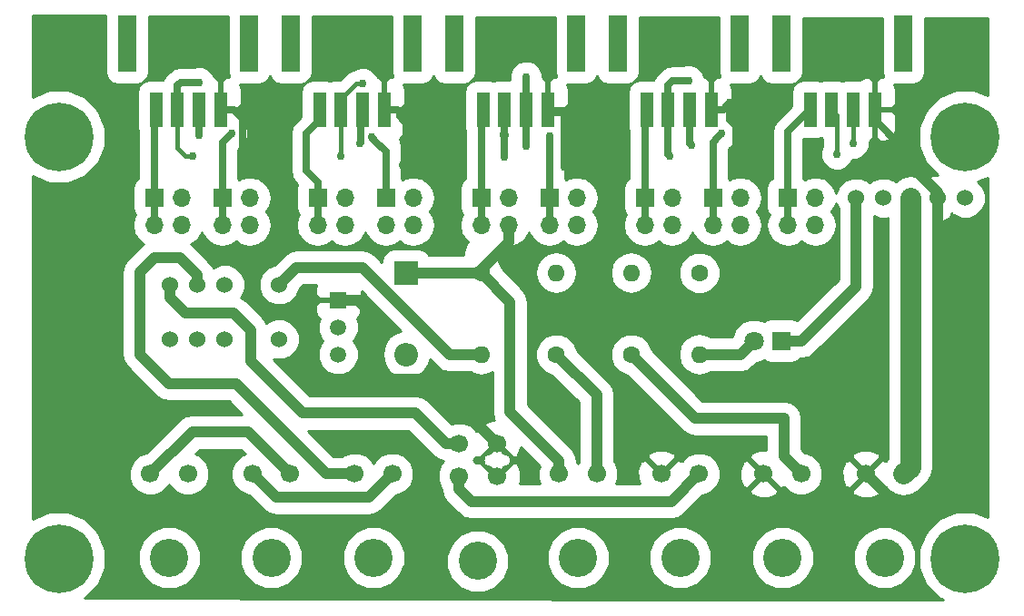
<source format=gtl>
G04 #@! TF.FileFunction,Copper,L1,Top,Signal*
%FSLAX46Y46*%
G04 Gerber Fmt 4.6, Leading zero omitted, Abs format (unit mm)*
G04 Created by KiCad (PCBNEW 4.0.7) date Fri Feb 23 12:26:53 2018*
%MOMM*%
%LPD*%
G01*
G04 APERTURE LIST*
%ADD10C,0.100000*%
%ADD11C,1.524000*%
%ADD12R,1.800000X1.800000*%
%ADD13C,1.800000*%
%ADD14R,2.200000X2.200000*%
%ADD15O,2.200000X2.200000*%
%ADD16R,1.206500X3.200400*%
%ADD17R,1.700022X5.299964*%
%ADD18R,1.700000X1.700000*%
%ADD19O,1.700000X1.700000*%
%ADD20C,1.600000*%
%ADD21O,1.600000X1.600000*%
%ADD22C,6.400000*%
%ADD23C,1.520000*%
%ADD24R,1.520000X1.520000*%
%ADD25C,1.700000*%
%ADD26C,3.556000*%
%ADD27C,0.762000*%
%ADD28C,0.635000*%
%ADD29C,1.016000*%
%ADD30C,1.905000*%
%ADD31C,0.381000*%
%ADD32C,0.254000*%
G04 APERTURE END LIST*
D10*
D11*
X127855000Y-49370000D03*
X122775000Y-49370000D03*
X120235000Y-49370000D03*
X117695000Y-49370000D03*
X117695000Y-54450000D03*
X120235000Y-54450000D03*
X122775000Y-54450000D03*
X127855000Y-54450000D03*
D12*
X174625000Y-54610000D03*
D13*
X172085000Y-54610000D03*
D14*
X139700000Y-48260000D03*
D15*
X139700000Y-55880000D03*
D16*
X122379994Y-33020000D03*
X120379998Y-33020000D03*
X118380002Y-33020000D03*
X116380006Y-33020000D03*
D17*
X125080014Y-26850340D03*
X113679986Y-26850340D03*
D16*
X137619994Y-33020000D03*
X135619998Y-33020000D03*
X133620002Y-33020000D03*
X131620006Y-33020000D03*
D17*
X140320014Y-26850340D03*
X128919986Y-26850340D03*
D16*
X152859994Y-33020000D03*
X150859998Y-33020000D03*
X148860002Y-33020000D03*
X146860006Y-33020000D03*
D17*
X155560014Y-26850340D03*
X144159986Y-26850340D03*
D16*
X168099994Y-33020000D03*
X166099998Y-33020000D03*
X164100002Y-33020000D03*
X162100006Y-33020000D03*
D17*
X170800014Y-26850340D03*
X159399986Y-26850340D03*
D16*
X183339994Y-33020000D03*
X181339998Y-33020000D03*
X179340002Y-33020000D03*
X177340006Y-33020000D03*
D17*
X186040014Y-26850340D03*
X174639986Y-26850340D03*
D18*
X116205000Y-41275000D03*
D19*
X118745000Y-41275000D03*
X116205000Y-43815000D03*
X118745000Y-43815000D03*
D18*
X131445000Y-41275000D03*
D19*
X133985000Y-41275000D03*
X131445000Y-43815000D03*
X133985000Y-43815000D03*
D18*
X146685000Y-41275000D03*
D19*
X149225000Y-41275000D03*
X146685000Y-43815000D03*
X149225000Y-43815000D03*
D18*
X161925000Y-41275000D03*
D19*
X164465000Y-41275000D03*
X161925000Y-43815000D03*
X164465000Y-43815000D03*
D18*
X175260000Y-41275000D03*
D19*
X177800000Y-41275000D03*
X175260000Y-43815000D03*
X177800000Y-43815000D03*
D18*
X122555000Y-41275000D03*
D19*
X125095000Y-41275000D03*
X122555000Y-43815000D03*
X125095000Y-43815000D03*
D18*
X137795000Y-41275000D03*
D19*
X140335000Y-41275000D03*
X137795000Y-43815000D03*
X140335000Y-43815000D03*
D18*
X153035000Y-41275000D03*
D19*
X155575000Y-41275000D03*
X153035000Y-43815000D03*
X155575000Y-43815000D03*
D18*
X168275000Y-41275000D03*
D19*
X170815000Y-41275000D03*
X168275000Y-43815000D03*
X170815000Y-43815000D03*
D20*
X167005000Y-48260000D03*
D21*
X167005000Y-55880000D03*
D20*
X146685000Y-48260000D03*
D21*
X146685000Y-55880000D03*
D20*
X160655000Y-55880000D03*
D21*
X160655000Y-48260000D03*
D20*
X153670000Y-55880000D03*
D21*
X153670000Y-48260000D03*
D11*
X191770000Y-41275000D03*
X189230000Y-41275000D03*
X186690000Y-41275000D03*
X184150000Y-41275000D03*
X181610000Y-41275000D03*
D22*
X107315000Y-35560000D03*
X191770000Y-35560000D03*
X107315000Y-74930000D03*
X191770000Y-74930000D03*
D23*
X133350000Y-53340000D03*
X133350000Y-55880000D03*
D24*
X133350000Y-50800000D03*
D25*
X153952000Y-67030000D03*
X157452000Y-67030000D03*
D26*
X155692000Y-74860000D03*
D25*
X173002000Y-67030000D03*
X176502000Y-67030000D03*
D26*
X174742000Y-74860000D03*
D25*
X115852000Y-67030000D03*
X119352000Y-67030000D03*
D26*
X117592000Y-74860000D03*
D25*
X125377000Y-67030000D03*
X128877000Y-67030000D03*
D26*
X127117000Y-74860000D03*
D25*
X134902000Y-67030000D03*
X138402000Y-67030000D03*
D26*
X136642000Y-74860000D03*
D25*
X163477000Y-67030000D03*
X166977000Y-67030000D03*
D26*
X165217000Y-74860000D03*
D25*
X182527000Y-67030000D03*
X186027000Y-67030000D03*
D26*
X184267000Y-74860000D03*
D25*
X148117000Y-64230000D03*
X144617000Y-67230000D03*
X148117000Y-67230000D03*
X144617000Y-64230000D03*
D26*
X146357000Y-75160000D03*
D27*
X170180000Y-38353990D03*
X169862500Y-32385000D03*
X154432000Y-33274000D03*
X154432000Y-38353990D03*
X186817010Y-38353990D03*
X139319000Y-38227000D03*
X124460000Y-38354006D03*
X139065000Y-33274000D03*
X150876000Y-29972000D03*
X135382006Y-36195000D03*
X120396000Y-35433000D03*
X150876000Y-36449000D03*
X166243000Y-36322000D03*
X181356000Y-36195000D03*
X148907500Y-35433000D03*
X148832924Y-37465011D03*
X133604000Y-37338000D03*
X164211000Y-37338000D03*
X119761000Y-37338000D03*
X135635996Y-30607000D03*
X165989000Y-30353000D03*
X179832000Y-37211000D03*
X120379998Y-30496002D03*
X123444000Y-35242500D03*
X136461500Y-35623502D03*
X153034579Y-35496490D03*
X169100500Y-35242502D03*
D28*
X183339994Y-33020000D02*
X183339994Y-34016950D01*
X183339994Y-34016950D02*
X186817010Y-37493966D01*
X186817010Y-37493966D02*
X186817010Y-37815175D01*
X186817010Y-37815175D02*
X186817010Y-38353990D01*
X170180010Y-38353990D02*
X170180000Y-38353990D01*
X170434000Y-38100000D02*
X170180010Y-38353990D01*
X170434000Y-34544000D02*
X170434000Y-38100000D01*
X169862500Y-33972500D02*
X170434000Y-34544000D01*
X169862500Y-32385000D02*
X169862500Y-33972500D01*
X168099994Y-33020000D02*
X169227500Y-33020000D01*
X169227500Y-33020000D02*
X169862500Y-32385000D01*
X154432000Y-33274000D02*
X154432000Y-38353990D01*
X154432000Y-33274000D02*
X153113994Y-33274000D01*
X153113994Y-33274000D02*
X152859994Y-33020000D01*
D29*
X189230000Y-69342000D02*
X189230000Y-41275000D01*
X187706000Y-70866000D02*
X189230000Y-69342000D01*
X182527000Y-67030000D02*
X186363000Y-70866000D01*
X186363000Y-70866000D02*
X187706000Y-70866000D01*
D28*
X139700002Y-37845998D02*
X139699999Y-37846001D01*
X139700002Y-34290002D02*
X139700002Y-37845998D01*
X139065000Y-33655000D02*
X139700002Y-34290002D01*
X139699999Y-37846001D02*
X139319000Y-38227000D01*
D29*
X189230000Y-41275000D02*
X189230000Y-40766980D01*
X189230000Y-40766980D02*
X186817010Y-38353990D01*
X133350000Y-50800000D02*
X135217762Y-50800000D01*
X135217762Y-50800000D02*
X135882001Y-51464239D01*
X135882001Y-51464239D02*
X135882001Y-58158001D01*
X135882001Y-58158001D02*
X142045001Y-58158001D01*
X142045001Y-58158001D02*
X148117000Y-64230000D01*
D28*
X122379994Y-33020000D02*
X123618244Y-33020000D01*
X124460000Y-33861756D02*
X124460000Y-37815191D01*
X123618244Y-33020000D02*
X124460000Y-33861756D01*
X124460000Y-37815191D02*
X124460000Y-38354006D01*
X139065000Y-33226756D02*
X139065000Y-33655000D01*
X139065000Y-33274000D02*
X139065000Y-33655000D01*
X137619994Y-33020000D02*
X138858244Y-33020000D01*
X138858244Y-33020000D02*
X139065000Y-33226756D01*
D29*
X135620398Y-47752000D02*
X129473000Y-47752000D01*
X129473000Y-47752000D02*
X127855000Y-49370000D01*
X146685000Y-55880000D02*
X143748398Y-55880000D01*
X143748398Y-55880000D02*
X135620398Y-47752000D01*
X134902000Y-67030000D02*
X132244500Y-67030000D01*
X132244500Y-67030000D02*
X123825000Y-58610500D01*
X123825000Y-58610500D02*
X117602000Y-58610500D01*
X117602000Y-58610500D02*
X114871500Y-55880000D01*
X114871500Y-55880000D02*
X114871500Y-48196500D01*
X118618000Y-46863000D02*
X120235000Y-48480000D01*
X114871500Y-48196500D02*
X116205000Y-46863000D01*
X116205000Y-46863000D02*
X118618000Y-46863000D01*
X120235000Y-48480000D02*
X120235000Y-49370000D01*
X144617000Y-64230000D02*
X143414919Y-64230000D01*
X143414919Y-64230000D02*
X140525919Y-61341000D01*
X140525919Y-61341000D02*
X130048000Y-61341000D01*
X123571000Y-52006500D02*
X119126000Y-52006500D01*
X119126000Y-52006500D02*
X117695000Y-50575500D01*
X130048000Y-61341000D02*
X125222000Y-56515000D01*
X125222000Y-56515000D02*
X125222000Y-53657500D01*
X125222000Y-53657500D02*
X123571000Y-52006500D01*
X117695000Y-50575500D02*
X117695000Y-49370000D01*
X174625000Y-54610000D02*
X176541000Y-54610000D01*
X176541000Y-54610000D02*
X181610000Y-49541000D01*
X181610000Y-49541000D02*
X181610000Y-42352630D01*
X181610000Y-42352630D02*
X181610000Y-41275000D01*
X167005000Y-55880000D02*
X170815000Y-55880000D01*
X170815000Y-55880000D02*
X172085000Y-54610000D01*
X146685000Y-48260000D02*
X146685000Y-47942500D01*
X146685000Y-47942500D02*
X149225000Y-45402500D01*
X149225000Y-45402500D02*
X149225000Y-43815000D01*
D30*
X186027000Y-67030000D02*
X186690000Y-66367000D01*
X186690000Y-66367000D02*
X186690000Y-41275000D01*
D29*
X153952000Y-67030000D02*
X153952000Y-65827919D01*
X153952000Y-65827919D02*
X149380000Y-61255919D01*
X149380000Y-61255919D02*
X149380000Y-50955000D01*
X146685000Y-48260000D02*
X139700000Y-48260000D01*
X149380000Y-50955000D02*
X146685000Y-48260000D01*
D28*
X135619998Y-33020000D02*
X135445500Y-33194498D01*
X135445500Y-33194498D02*
X135445500Y-36131506D01*
X135445500Y-36131506D02*
X135382006Y-36195000D01*
X150876000Y-29972000D02*
X150876000Y-33003998D01*
X150876000Y-33003998D02*
X150859998Y-33020000D01*
X120379998Y-35416998D02*
X120396000Y-35433000D01*
X120379998Y-33020000D02*
X120379998Y-35416998D01*
X150859998Y-33020000D02*
X150859998Y-36432998D01*
X150859998Y-36432998D02*
X150876000Y-36449000D01*
X166099998Y-36178998D02*
X166243000Y-36322000D01*
X166099998Y-33020000D02*
X166099998Y-36178998D01*
D31*
X181356000Y-35017202D02*
X181356000Y-36195000D01*
X181339998Y-33020000D02*
X181339998Y-35001200D01*
X181339998Y-35001200D02*
X181356000Y-35017202D01*
D28*
X148832924Y-35507576D02*
X148907500Y-35433000D01*
X148878797Y-35404297D02*
X148907500Y-35433000D01*
X148745702Y-35369500D02*
X148780499Y-35404297D01*
X148780499Y-35404297D02*
X148878797Y-35404297D01*
X148844000Y-35271202D02*
X148745702Y-35369500D01*
X148860002Y-33020000D02*
X148860002Y-35255200D01*
X148860002Y-35255200D02*
X148745702Y-35369500D01*
X148832924Y-37465011D02*
X148832924Y-35507576D01*
D31*
X133620002Y-37321998D02*
X133604000Y-37338000D01*
X133620002Y-33020000D02*
X133620002Y-37321998D01*
D28*
X164100002Y-37227002D02*
X164211000Y-37338000D01*
X164100002Y-33020000D02*
X164100002Y-37227002D01*
D31*
X118380002Y-33020000D02*
X118380002Y-36622817D01*
X119095185Y-37338000D02*
X119222185Y-37338000D01*
X118380002Y-36622817D02*
X119095185Y-37338000D01*
X119222185Y-37338000D02*
X119761000Y-37338000D01*
X135097181Y-30607000D02*
X135635996Y-30607000D01*
X135036052Y-30607000D02*
X135097181Y-30607000D01*
X133620002Y-32023050D02*
X135036052Y-30607000D01*
X133620002Y-33020000D02*
X133620002Y-32023050D01*
D28*
X164531802Y-30353000D02*
X165989000Y-30353000D01*
X164100002Y-33020000D02*
X164100002Y-30784800D01*
X164100002Y-30784800D02*
X164531802Y-30353000D01*
D31*
X179832000Y-37211000D02*
X179832000Y-33511998D01*
X179832000Y-33511998D02*
X179340002Y-33020000D01*
D28*
X120379998Y-30496002D02*
X118668800Y-30496002D01*
X118668800Y-30496002D02*
X118380002Y-30784800D01*
X118380002Y-30784800D02*
X118380002Y-33020000D01*
X116205000Y-41275000D02*
X116205000Y-43815000D01*
X116205000Y-41275000D02*
X116205000Y-33195006D01*
X116205000Y-33195006D02*
X116380006Y-33020000D01*
X131445000Y-41275000D02*
X131445000Y-39790000D01*
X131445000Y-39790000D02*
X130403600Y-38748600D01*
X130403600Y-38748600D02*
X130403600Y-35233356D01*
X130403600Y-35233356D02*
X131620006Y-34016950D01*
X131620006Y-34016950D02*
X131620006Y-33020000D01*
X131445000Y-41275000D02*
X131445000Y-43815000D01*
X146685000Y-41275000D02*
X146685000Y-43815000D01*
X146685000Y-41275000D02*
X146685000Y-33195006D01*
X146685000Y-33195006D02*
X146860006Y-33020000D01*
X161925000Y-41275000D02*
X161925000Y-43815000D01*
X161925000Y-41275000D02*
X161925000Y-33195006D01*
X161925000Y-33195006D02*
X162100006Y-33020000D01*
X176387504Y-33972502D02*
X177340006Y-33020000D01*
X175260000Y-35100006D02*
X176387504Y-33972502D01*
X175260000Y-41275000D02*
X175260000Y-35100006D01*
X175260000Y-41275000D02*
X175260000Y-43815000D01*
X123063001Y-35623499D02*
X123444000Y-35242500D01*
X122555000Y-41275000D02*
X122555000Y-36131500D01*
X122555000Y-36131500D02*
X123063001Y-35623499D01*
X122555000Y-41275000D02*
X122555000Y-43815000D01*
X137795000Y-36957002D02*
X136842499Y-36004501D01*
X136842499Y-36004501D02*
X136461500Y-35623502D01*
X137795000Y-41275000D02*
X137795000Y-36957002D01*
X153035000Y-35496911D02*
X153034579Y-35496490D01*
X153035000Y-41275000D02*
X153035000Y-35496911D01*
X153035000Y-41275000D02*
X153035000Y-43815000D01*
X168719501Y-35623501D02*
X169100500Y-35242502D01*
X168275000Y-41275000D02*
X168275000Y-36068002D01*
X168275000Y-36068002D02*
X168719501Y-35623501D01*
X168275000Y-41275000D02*
X168275000Y-43815000D01*
D29*
X145780919Y-69596000D02*
X164411000Y-69596000D01*
X164411000Y-69596000D02*
X166977000Y-67030000D01*
X144617000Y-67230000D02*
X144617000Y-68432081D01*
X144617000Y-68432081D02*
X145780919Y-69596000D01*
X125377000Y-67030000D02*
X127562000Y-69215000D01*
X127562000Y-69215000D02*
X136217000Y-69215000D01*
X136217000Y-69215000D02*
X137552001Y-67879999D01*
X137552001Y-67879999D02*
X138402000Y-67030000D01*
X115852000Y-67030000D02*
X119763000Y-63119000D01*
X119763000Y-63119000D02*
X124966000Y-63119000D01*
X124966000Y-63119000D02*
X128027001Y-66180001D01*
X128027001Y-66180001D02*
X128877000Y-67030000D01*
X174889999Y-61859999D02*
X166634999Y-61859999D01*
X166634999Y-61859999D02*
X160655000Y-55880000D01*
X176502000Y-67030000D02*
X174889999Y-65417999D01*
X174889999Y-65417999D02*
X174889999Y-61859999D01*
X160780000Y-55880000D02*
X160655000Y-55880000D01*
X157452000Y-67030000D02*
X157452000Y-59662000D01*
X157452000Y-59662000D02*
X153670000Y-55880000D01*
D32*
G36*
X111664583Y-24278137D02*
X111664583Y-29500322D01*
X111744283Y-29923892D01*
X111994613Y-30312916D01*
X112376572Y-30573898D01*
X112829975Y-30665714D01*
X114529997Y-30665714D01*
X114953567Y-30586014D01*
X115342591Y-30335684D01*
X115603573Y-29953725D01*
X115695389Y-29500322D01*
X115695389Y-24289459D01*
X123064611Y-24310159D01*
X123064611Y-29500322D01*
X123144311Y-29923892D01*
X123207957Y-30022800D01*
X122856244Y-30022800D01*
X122506994Y-30372050D01*
X122506994Y-32893000D01*
X124030994Y-32893000D01*
X124380244Y-32543750D01*
X124380244Y-31141920D01*
X124178690Y-30655323D01*
X124230003Y-30665714D01*
X125930025Y-30665714D01*
X126353595Y-30586014D01*
X126742619Y-30335684D01*
X127003539Y-29953816D01*
X127234613Y-30312916D01*
X127616572Y-30573898D01*
X128069975Y-30665714D01*
X129769997Y-30665714D01*
X130193567Y-30586014D01*
X130582591Y-30335684D01*
X130843573Y-29953725D01*
X130935389Y-29500322D01*
X130935389Y-24332268D01*
X138304611Y-24352968D01*
X138304611Y-29500322D01*
X138384311Y-29923892D01*
X138447957Y-30022800D01*
X138096244Y-30022800D01*
X137746994Y-30372050D01*
X137746994Y-32893000D01*
X139270994Y-32893000D01*
X139620244Y-32543750D01*
X139620244Y-31141920D01*
X139418690Y-30655323D01*
X139470003Y-30665714D01*
X141170025Y-30665714D01*
X141593595Y-30586014D01*
X141982619Y-30335684D01*
X142243539Y-29953816D01*
X142474613Y-30312916D01*
X142856572Y-30573898D01*
X143309975Y-30665714D01*
X145009997Y-30665714D01*
X145433567Y-30586014D01*
X145822591Y-30335684D01*
X146083573Y-29953725D01*
X146175389Y-29500322D01*
X146175389Y-24375077D01*
X153544611Y-24395777D01*
X153544611Y-29500322D01*
X153624311Y-29923892D01*
X153687957Y-30022800D01*
X153336244Y-30022800D01*
X152986994Y-30372050D01*
X152986994Y-32893000D01*
X154510994Y-32893000D01*
X154860244Y-32543750D01*
X154860244Y-31141920D01*
X154658690Y-30655323D01*
X154710003Y-30665714D01*
X156410025Y-30665714D01*
X156833595Y-30586014D01*
X157222619Y-30335684D01*
X157483539Y-29953816D01*
X157714613Y-30312916D01*
X158096572Y-30573898D01*
X158549975Y-30665714D01*
X160249997Y-30665714D01*
X160673567Y-30586014D01*
X161062591Y-30335684D01*
X161323573Y-29953725D01*
X161415389Y-29500322D01*
X161415389Y-24417886D01*
X168784611Y-24438586D01*
X168784611Y-29500322D01*
X168864311Y-29923892D01*
X168927957Y-30022800D01*
X168576244Y-30022800D01*
X168226994Y-30372050D01*
X168226994Y-32893000D01*
X169750994Y-32893000D01*
X170100244Y-32543750D01*
X170100244Y-31141920D01*
X169898690Y-30655323D01*
X169950003Y-30665714D01*
X171650025Y-30665714D01*
X172073595Y-30586014D01*
X172462619Y-30335684D01*
X172723539Y-29953816D01*
X172954613Y-30312916D01*
X173336572Y-30573898D01*
X173789975Y-30665714D01*
X175489997Y-30665714D01*
X175913567Y-30586014D01*
X176302591Y-30335684D01*
X176563573Y-29953725D01*
X176655389Y-29500322D01*
X176655389Y-24460695D01*
X184024611Y-24481395D01*
X184024611Y-29500322D01*
X184104311Y-29923892D01*
X184167957Y-30022800D01*
X183816244Y-30022800D01*
X183466994Y-30372050D01*
X183466994Y-32893000D01*
X184990994Y-32893000D01*
X185340244Y-32543750D01*
X185340244Y-31141920D01*
X185138690Y-30655323D01*
X185190003Y-30665714D01*
X186890025Y-30665714D01*
X187313595Y-30586014D01*
X187702619Y-30335684D01*
X187963601Y-29953725D01*
X188055417Y-29500322D01*
X188055417Y-24492717D01*
X193854000Y-24509005D01*
X193854000Y-31722822D01*
X192637666Y-31217756D01*
X190909914Y-31216248D01*
X189313102Y-31876037D01*
X188090331Y-33096676D01*
X187427756Y-34692334D01*
X187426248Y-36420086D01*
X188086037Y-38016898D01*
X189183710Y-39116488D01*
X188760779Y-39124294D01*
X188041011Y-39422432D01*
X188024460Y-39694847D01*
X187491913Y-39339010D01*
X186690000Y-39179500D01*
X185888087Y-39339010D01*
X185300827Y-39731406D01*
X185230505Y-39660961D01*
X184530590Y-39370332D01*
X183772735Y-39369670D01*
X183072314Y-39659078D01*
X182880135Y-39850922D01*
X182690505Y-39660961D01*
X181990590Y-39370332D01*
X181232735Y-39369670D01*
X180532314Y-39659078D01*
X179995961Y-40194495D01*
X179739820Y-40811353D01*
X179680337Y-40512312D01*
X179248309Y-39865736D01*
X178601733Y-39433708D01*
X177839045Y-39282000D01*
X177760955Y-39282000D01*
X176998267Y-39433708D01*
X176839292Y-39539931D01*
X176720500Y-39458764D01*
X176720500Y-35782300D01*
X176736756Y-35785592D01*
X177943256Y-35785592D01*
X178354569Y-35708198D01*
X178498500Y-35737345D01*
X178498500Y-36448391D01*
X178308265Y-36906528D01*
X178307736Y-37512812D01*
X178539262Y-38073149D01*
X178967596Y-38502231D01*
X179527528Y-38734735D01*
X180133812Y-38735264D01*
X180694149Y-38503738D01*
X181123231Y-38075404D01*
X181271253Y-37718927D01*
X181657812Y-37719264D01*
X182218149Y-37487738D01*
X182647231Y-37059404D01*
X182879735Y-36499472D01*
X182880170Y-36000774D01*
X183212994Y-35667950D01*
X183212994Y-33147000D01*
X183466994Y-33147000D01*
X183466994Y-35667950D01*
X183816244Y-36017200D01*
X184221125Y-36017200D01*
X184734581Y-35804519D01*
X185127564Y-35411537D01*
X185340244Y-34898080D01*
X185340244Y-33496250D01*
X184990994Y-33147000D01*
X183466994Y-33147000D01*
X183212994Y-33147000D01*
X183192994Y-33147000D01*
X183192994Y-32893000D01*
X183212994Y-32893000D01*
X183212994Y-30372050D01*
X182863744Y-30022800D01*
X182458863Y-30022800D01*
X181945407Y-30235481D01*
X181926480Y-30254408D01*
X180736748Y-30254408D01*
X180325435Y-30331802D01*
X179943252Y-30254408D01*
X178736752Y-30254408D01*
X178325439Y-30331802D01*
X177943256Y-30254408D01*
X176736756Y-30254408D01*
X176313186Y-30334108D01*
X175924162Y-30584438D01*
X175663180Y-30966397D01*
X175571364Y-31419800D01*
X175571364Y-32723184D01*
X175354777Y-32939771D01*
X175354774Y-32939773D01*
X174227271Y-34067277D01*
X173910674Y-34541097D01*
X173799500Y-35100006D01*
X173799500Y-39459594D01*
X173597406Y-39589638D01*
X173336424Y-39971597D01*
X173244608Y-40425000D01*
X173244608Y-42125000D01*
X173324308Y-42548570D01*
X173516590Y-42847385D01*
X173379663Y-43052312D01*
X173227955Y-43815000D01*
X173379663Y-44577688D01*
X173811691Y-45224264D01*
X174458267Y-45656292D01*
X175220955Y-45808000D01*
X175299045Y-45808000D01*
X176061733Y-45656292D01*
X176530000Y-45343406D01*
X176998267Y-45656292D01*
X177760955Y-45808000D01*
X177839045Y-45808000D01*
X178601733Y-45656292D01*
X179248309Y-45224264D01*
X179680337Y-44577688D01*
X179832045Y-43815000D01*
X179680337Y-43052312D01*
X179341362Y-42545000D01*
X179680337Y-42037688D01*
X179739996Y-41737761D01*
X179959000Y-42267791D01*
X179959000Y-48857133D01*
X176097996Y-52718138D01*
X175978403Y-52636424D01*
X175525000Y-52544608D01*
X173725000Y-52544608D01*
X173301430Y-52624308D01*
X173038216Y-52793682D01*
X172493161Y-52567355D01*
X171680405Y-52566646D01*
X170929245Y-52877019D01*
X170354039Y-53451222D01*
X170042355Y-54201839D01*
X170042331Y-54229000D01*
X168021181Y-54229000D01*
X167748554Y-54046836D01*
X167005000Y-53898934D01*
X166261446Y-54046836D01*
X165631092Y-54468026D01*
X165209902Y-55098380D01*
X165062000Y-55841934D01*
X165062000Y-55918066D01*
X165209902Y-56661620D01*
X165631092Y-57291974D01*
X166261446Y-57713164D01*
X167005000Y-57861066D01*
X167748554Y-57713164D01*
X168021181Y-57531000D01*
X170815000Y-57531000D01*
X171446811Y-57405325D01*
X171982433Y-57047433D01*
X172376611Y-56653255D01*
X172489595Y-56653354D01*
X173040546Y-56425706D01*
X173271597Y-56583576D01*
X173725000Y-56675392D01*
X175525000Y-56675392D01*
X175948570Y-56595692D01*
X176337594Y-56345362D01*
X176395236Y-56261000D01*
X176541000Y-56261000D01*
X177172811Y-56135325D01*
X177708433Y-55777433D01*
X182777434Y-50708433D01*
X183135325Y-50172810D01*
X183261000Y-49541000D01*
X183261000Y-42968559D01*
X183769410Y-43179668D01*
X184527265Y-43180330D01*
X184594500Y-43152549D01*
X184594500Y-65499016D01*
X184545258Y-65548258D01*
X184388467Y-65782911D01*
X183986902Y-65749703D01*
X182706605Y-67030000D01*
X183986902Y-68310297D01*
X184388467Y-68277089D01*
X184545258Y-68511742D01*
X185225086Y-68965990D01*
X186027000Y-69125500D01*
X186828914Y-68965990D01*
X187508742Y-68511742D01*
X188171743Y-67848742D01*
X188625990Y-67168913D01*
X188785500Y-66367000D01*
X188785500Y-43419969D01*
X188840464Y-43441556D01*
X189699221Y-43425706D01*
X190418989Y-43127568D01*
X190446709Y-42671317D01*
X190694989Y-42919597D01*
X190714969Y-42899617D01*
X191389410Y-43179668D01*
X192147265Y-43180330D01*
X192847686Y-42890922D01*
X193384039Y-42355505D01*
X193674668Y-41655590D01*
X193675330Y-40897735D01*
X193385922Y-40197314D01*
X192957729Y-39768373D01*
X193854000Y-39398041D01*
X193854000Y-71092822D01*
X192637666Y-70587756D01*
X190909914Y-70586248D01*
X189313102Y-71246037D01*
X188090331Y-72466676D01*
X187427756Y-74062334D01*
X187426248Y-75790086D01*
X188086037Y-77386898D01*
X189306676Y-78609669D01*
X189745778Y-78792000D01*
X167864038Y-78792000D01*
X109736184Y-78628720D01*
X109771898Y-78613963D01*
X110994669Y-77393324D01*
X111657244Y-75797666D01*
X111657557Y-75438474D01*
X114670494Y-75438474D01*
X115114253Y-76512452D01*
X115935226Y-77334860D01*
X117008428Y-77780492D01*
X118170474Y-77781506D01*
X119244452Y-77337747D01*
X120066860Y-76516774D01*
X120512492Y-75443572D01*
X120512496Y-75438474D01*
X124195494Y-75438474D01*
X124639253Y-76512452D01*
X125460226Y-77334860D01*
X126533428Y-77780492D01*
X127695474Y-77781506D01*
X128769452Y-77337747D01*
X129591860Y-76516774D01*
X130037492Y-75443572D01*
X130037496Y-75438474D01*
X133720494Y-75438474D01*
X134164253Y-76512452D01*
X134985226Y-77334860D01*
X136058428Y-77780492D01*
X137220474Y-77781506D01*
X138294452Y-77337747D01*
X139116860Y-76516774D01*
X139440038Y-75738474D01*
X143435494Y-75738474D01*
X143879253Y-76812452D01*
X144700226Y-77634860D01*
X145773428Y-78080492D01*
X146935474Y-78081506D01*
X148009452Y-77637747D01*
X148831860Y-76816774D01*
X149277492Y-75743572D01*
X149277758Y-75438474D01*
X152770494Y-75438474D01*
X153214253Y-76512452D01*
X154035226Y-77334860D01*
X155108428Y-77780492D01*
X156270474Y-77781506D01*
X157344452Y-77337747D01*
X158166860Y-76516774D01*
X158612492Y-75443572D01*
X158612496Y-75438474D01*
X162295494Y-75438474D01*
X162739253Y-76512452D01*
X163560226Y-77334860D01*
X164633428Y-77780492D01*
X165795474Y-77781506D01*
X166869452Y-77337747D01*
X167691860Y-76516774D01*
X168137492Y-75443572D01*
X168137496Y-75438474D01*
X171820494Y-75438474D01*
X172264253Y-76512452D01*
X173085226Y-77334860D01*
X174158428Y-77780492D01*
X175320474Y-77781506D01*
X176394452Y-77337747D01*
X177216860Y-76516774D01*
X177662492Y-75443572D01*
X177662496Y-75438474D01*
X181345494Y-75438474D01*
X181789253Y-76512452D01*
X182610226Y-77334860D01*
X183683428Y-77780492D01*
X184845474Y-77781506D01*
X185919452Y-77337747D01*
X186741860Y-76516774D01*
X187187492Y-75443572D01*
X187188506Y-74281526D01*
X186744747Y-73207548D01*
X185923774Y-72385140D01*
X184850572Y-71939508D01*
X183688526Y-71938494D01*
X182614548Y-72382253D01*
X181792140Y-73203226D01*
X181346508Y-74276428D01*
X181345494Y-75438474D01*
X177662496Y-75438474D01*
X177663506Y-74281526D01*
X177219747Y-73207548D01*
X176398774Y-72385140D01*
X175325572Y-71939508D01*
X174163526Y-71938494D01*
X173089548Y-72382253D01*
X172267140Y-73203226D01*
X171821508Y-74276428D01*
X171820494Y-75438474D01*
X168137496Y-75438474D01*
X168138506Y-74281526D01*
X167694747Y-73207548D01*
X166873774Y-72385140D01*
X165800572Y-71939508D01*
X164638526Y-71938494D01*
X163564548Y-72382253D01*
X162742140Y-73203226D01*
X162296508Y-74276428D01*
X162295494Y-75438474D01*
X158612496Y-75438474D01*
X158613506Y-74281526D01*
X158169747Y-73207548D01*
X157348774Y-72385140D01*
X156275572Y-71939508D01*
X155113526Y-71938494D01*
X154039548Y-72382253D01*
X153217140Y-73203226D01*
X152771508Y-74276428D01*
X152770494Y-75438474D01*
X149277758Y-75438474D01*
X149278506Y-74581526D01*
X148834747Y-73507548D01*
X148013774Y-72685140D01*
X146940572Y-72239508D01*
X145778526Y-72238494D01*
X144704548Y-72682253D01*
X143882140Y-73503226D01*
X143436508Y-74576428D01*
X143435494Y-75738474D01*
X139440038Y-75738474D01*
X139562492Y-75443572D01*
X139563506Y-74281526D01*
X139119747Y-73207548D01*
X138298774Y-72385140D01*
X137225572Y-71939508D01*
X136063526Y-71938494D01*
X134989548Y-72382253D01*
X134167140Y-73203226D01*
X133721508Y-74276428D01*
X133720494Y-75438474D01*
X130037496Y-75438474D01*
X130038506Y-74281526D01*
X129594747Y-73207548D01*
X128773774Y-72385140D01*
X127700572Y-71939508D01*
X126538526Y-71938494D01*
X125464548Y-72382253D01*
X124642140Y-73203226D01*
X124196508Y-74276428D01*
X124195494Y-75438474D01*
X120512496Y-75438474D01*
X120513506Y-74281526D01*
X120069747Y-73207548D01*
X119248774Y-72385140D01*
X118175572Y-71939508D01*
X117013526Y-71938494D01*
X115939548Y-72382253D01*
X115117140Y-73203226D01*
X114671508Y-74276428D01*
X114670494Y-75438474D01*
X111657557Y-75438474D01*
X111658752Y-74069914D01*
X110998963Y-72473102D01*
X109778324Y-71250331D01*
X108182666Y-70587756D01*
X106454914Y-70586248D01*
X104858102Y-71246037D01*
X104850000Y-71254125D01*
X104850000Y-48196500D01*
X113220500Y-48196500D01*
X113220500Y-55880000D01*
X113346175Y-56511811D01*
X113704067Y-57047433D01*
X116434567Y-59777933D01*
X116970189Y-60135825D01*
X117075013Y-60156676D01*
X117602000Y-60261500D01*
X123141134Y-60261500D01*
X124347634Y-61468000D01*
X119763000Y-61468000D01*
X119236013Y-61572824D01*
X119131189Y-61593675D01*
X118595567Y-61951567D01*
X115510433Y-65036701D01*
X115457307Y-65036655D01*
X114724531Y-65339432D01*
X114163402Y-65899582D01*
X113859347Y-66631829D01*
X113858655Y-67424693D01*
X114161432Y-68157469D01*
X114721582Y-68718598D01*
X115453829Y-69022653D01*
X116246693Y-69023345D01*
X116979469Y-68720568D01*
X117540598Y-68160418D01*
X117601775Y-68013088D01*
X117661432Y-68157469D01*
X118221582Y-68718598D01*
X118953829Y-69022653D01*
X119746693Y-69023345D01*
X120479469Y-68720568D01*
X121040598Y-68160418D01*
X121344653Y-67428171D01*
X121345345Y-66635307D01*
X121042568Y-65902531D01*
X120482418Y-65341402D01*
X120053547Y-65163319D01*
X120446866Y-64770000D01*
X124282134Y-64770000D01*
X124675542Y-65163408D01*
X124249531Y-65339432D01*
X123688402Y-65899582D01*
X123384347Y-66631829D01*
X123383655Y-67424693D01*
X123686432Y-68157469D01*
X124246582Y-68718598D01*
X124978829Y-69022653D01*
X125034836Y-69022702D01*
X126394567Y-70382434D01*
X126930190Y-70740325D01*
X127562000Y-70866000D01*
X136217000Y-70866000D01*
X136848811Y-70740325D01*
X137384433Y-70382433D01*
X138719435Y-69047432D01*
X138719437Y-69047429D01*
X138743567Y-69023299D01*
X138796693Y-69023345D01*
X139529469Y-68720568D01*
X140090598Y-68160418D01*
X140394653Y-67428171D01*
X140395345Y-66635307D01*
X140092568Y-65902531D01*
X139532418Y-65341402D01*
X138800171Y-65037347D01*
X138007307Y-65036655D01*
X137274531Y-65339432D01*
X136713402Y-65899582D01*
X136652225Y-66046912D01*
X136592568Y-65902531D01*
X136032418Y-65341402D01*
X135300171Y-65037347D01*
X134507307Y-65036655D01*
X133774531Y-65339432D01*
X133734894Y-65379000D01*
X132928366Y-65379000D01*
X130541366Y-62992000D01*
X139842053Y-62992000D01*
X142247486Y-65397433D01*
X142783108Y-65755325D01*
X143191821Y-65836623D01*
X142928402Y-66099582D01*
X142624347Y-66831829D01*
X142623655Y-67624693D01*
X142926432Y-68357469D01*
X142966000Y-68397106D01*
X142966000Y-68432081D01*
X143091675Y-69063892D01*
X143449567Y-69599514D01*
X144613486Y-70763433D01*
X145149108Y-71121325D01*
X145780919Y-71247000D01*
X164411000Y-71247000D01*
X165042811Y-71121325D01*
X165578433Y-70763433D01*
X167318567Y-69023299D01*
X167371693Y-69023345D01*
X168104469Y-68720568D01*
X168335538Y-68489902D01*
X171721703Y-68489902D01*
X171760188Y-68955274D01*
X172591486Y-69283942D01*
X173485281Y-69269468D01*
X174243812Y-68955274D01*
X174282297Y-68489902D01*
X173002000Y-67209605D01*
X171721703Y-68489902D01*
X168335538Y-68489902D01*
X168665598Y-68160418D01*
X168969653Y-67428171D01*
X168970345Y-66635307D01*
X168963808Y-66619486D01*
X170748058Y-66619486D01*
X170762532Y-67513281D01*
X171076726Y-68271812D01*
X171542098Y-68310297D01*
X172822395Y-67030000D01*
X171542098Y-65749703D01*
X171076726Y-65788188D01*
X170748058Y-66619486D01*
X168963808Y-66619486D01*
X168667568Y-65902531D01*
X168107418Y-65341402D01*
X167375171Y-65037347D01*
X166582307Y-65036655D01*
X165849531Y-65339432D01*
X165400165Y-65788014D01*
X164936902Y-65749703D01*
X163656605Y-67030000D01*
X163670748Y-67044143D01*
X163491143Y-67223748D01*
X163477000Y-67209605D01*
X163462858Y-67223748D01*
X163283253Y-67044143D01*
X163297395Y-67030000D01*
X162017098Y-65749703D01*
X161551726Y-65788188D01*
X161223058Y-66619486D01*
X161237532Y-67513281D01*
X161416356Y-67945000D01*
X159230047Y-67945000D01*
X159444653Y-67428171D01*
X159445345Y-66635307D01*
X159142568Y-65902531D01*
X159103000Y-65862894D01*
X159103000Y-65570098D01*
X162196703Y-65570098D01*
X163477000Y-66850395D01*
X164757297Y-65570098D01*
X164718812Y-65104726D01*
X163887514Y-64776058D01*
X162993719Y-64790532D01*
X162235188Y-65104726D01*
X162196703Y-65570098D01*
X159103000Y-65570098D01*
X159103000Y-59662000D01*
X158977325Y-59030190D01*
X158619434Y-58494567D01*
X156389658Y-56264791D01*
X158711663Y-56264791D01*
X159006844Y-56979183D01*
X159552942Y-57526235D01*
X160259940Y-57819806D01*
X165467566Y-63027433D01*
X166003189Y-63385324D01*
X166634999Y-63510999D01*
X173238999Y-63510999D01*
X173238999Y-64778868D01*
X172518719Y-64790532D01*
X171760188Y-65104726D01*
X171721703Y-65570098D01*
X173002000Y-66850395D01*
X173016143Y-66836253D01*
X173195748Y-67015858D01*
X173181605Y-67030000D01*
X174461902Y-68310297D01*
X174925705Y-68271942D01*
X175371582Y-68718598D01*
X176103829Y-69022653D01*
X176896693Y-69023345D01*
X177629469Y-68720568D01*
X177860538Y-68489902D01*
X181246703Y-68489902D01*
X181285188Y-68955274D01*
X182116486Y-69283942D01*
X183010281Y-69269468D01*
X183768812Y-68955274D01*
X183807297Y-68489902D01*
X182527000Y-67209605D01*
X181246703Y-68489902D01*
X177860538Y-68489902D01*
X178190598Y-68160418D01*
X178494653Y-67428171D01*
X178495345Y-66635307D01*
X178488808Y-66619486D01*
X180273058Y-66619486D01*
X180287532Y-67513281D01*
X180601726Y-68271812D01*
X181067098Y-68310297D01*
X182347395Y-67030000D01*
X181067098Y-65749703D01*
X180601726Y-65788188D01*
X180273058Y-66619486D01*
X178488808Y-66619486D01*
X178192568Y-65902531D01*
X177860715Y-65570098D01*
X181246703Y-65570098D01*
X182527000Y-66850395D01*
X183807297Y-65570098D01*
X183768812Y-65104726D01*
X182937514Y-64776058D01*
X182043719Y-64790532D01*
X181285188Y-65104726D01*
X181246703Y-65570098D01*
X177860715Y-65570098D01*
X177632418Y-65341402D01*
X176900171Y-65037347D01*
X176844165Y-65037298D01*
X176540999Y-64734133D01*
X176540999Y-61859999D01*
X176415324Y-61228189D01*
X176057432Y-60692566D01*
X175521809Y-60334674D01*
X174889999Y-60208999D01*
X167318866Y-60208999D01*
X162593592Y-55483726D01*
X162303156Y-54780817D01*
X161757058Y-54233765D01*
X161043182Y-53937338D01*
X160270209Y-53936663D01*
X159555817Y-54231844D01*
X159008765Y-54777942D01*
X158712338Y-55491818D01*
X158711663Y-56264791D01*
X156389658Y-56264791D01*
X155608592Y-55483726D01*
X155318156Y-54780817D01*
X154772058Y-54233765D01*
X154058182Y-53937338D01*
X153285209Y-53936663D01*
X152570817Y-54231844D01*
X152023765Y-54777942D01*
X151727338Y-55491818D01*
X151726663Y-56264791D01*
X152021844Y-56979183D01*
X152567942Y-57526235D01*
X153274940Y-57819806D01*
X155801000Y-60345867D01*
X155801000Y-65862050D01*
X155763402Y-65899582D01*
X155702225Y-66046912D01*
X155642568Y-65902531D01*
X155603000Y-65862894D01*
X155603000Y-65827919D01*
X155477325Y-65196109D01*
X155253954Y-64861811D01*
X155119433Y-64660485D01*
X151031000Y-60572053D01*
X151031000Y-50955000D01*
X150905325Y-50323190D01*
X150547434Y-49787567D01*
X148981801Y-48221934D01*
X151727000Y-48221934D01*
X151727000Y-48298066D01*
X151874902Y-49041620D01*
X152296092Y-49671974D01*
X152926446Y-50093164D01*
X153670000Y-50241066D01*
X154413554Y-50093164D01*
X155043908Y-49671974D01*
X155465098Y-49041620D01*
X155613000Y-48298066D01*
X155613000Y-48221934D01*
X158712000Y-48221934D01*
X158712000Y-48298066D01*
X158859902Y-49041620D01*
X159281092Y-49671974D01*
X159911446Y-50093164D01*
X160655000Y-50241066D01*
X161398554Y-50093164D01*
X162028908Y-49671974D01*
X162450098Y-49041620D01*
X162529032Y-48644791D01*
X165061663Y-48644791D01*
X165356844Y-49359183D01*
X165902942Y-49906235D01*
X166616818Y-50202662D01*
X167389791Y-50203337D01*
X168104183Y-49908156D01*
X168651235Y-49362058D01*
X168947662Y-48648182D01*
X168948337Y-47875209D01*
X168653156Y-47160817D01*
X168107058Y-46613765D01*
X167393182Y-46317338D01*
X166620209Y-46316663D01*
X165905817Y-46611844D01*
X165358765Y-47157942D01*
X165062338Y-47871818D01*
X165061663Y-48644791D01*
X162529032Y-48644791D01*
X162598000Y-48298066D01*
X162598000Y-48221934D01*
X162450098Y-47478380D01*
X162028908Y-46848026D01*
X161398554Y-46426836D01*
X160655000Y-46278934D01*
X159911446Y-46426836D01*
X159281092Y-46848026D01*
X158859902Y-47478380D01*
X158712000Y-48221934D01*
X155613000Y-48221934D01*
X155465098Y-47478380D01*
X155043908Y-46848026D01*
X154413554Y-46426836D01*
X153670000Y-46278934D01*
X152926446Y-46426836D01*
X152296092Y-46848026D01*
X151874902Y-47478380D01*
X151727000Y-48221934D01*
X148981801Y-48221934D01*
X148623592Y-47863726D01*
X148336000Y-47167700D01*
X148336000Y-47038866D01*
X149642058Y-45732809D01*
X150026733Y-45656292D01*
X150673309Y-45224264D01*
X151105337Y-44577688D01*
X151130000Y-44453699D01*
X151154663Y-44577688D01*
X151586691Y-45224264D01*
X152233267Y-45656292D01*
X152995955Y-45808000D01*
X153074045Y-45808000D01*
X153836733Y-45656292D01*
X154305000Y-45343406D01*
X154773267Y-45656292D01*
X155535955Y-45808000D01*
X155614045Y-45808000D01*
X156376733Y-45656292D01*
X157023309Y-45224264D01*
X157455337Y-44577688D01*
X157607045Y-43815000D01*
X159892955Y-43815000D01*
X160044663Y-44577688D01*
X160476691Y-45224264D01*
X161123267Y-45656292D01*
X161885955Y-45808000D01*
X161964045Y-45808000D01*
X162726733Y-45656292D01*
X163195000Y-45343406D01*
X163663267Y-45656292D01*
X164425955Y-45808000D01*
X164504045Y-45808000D01*
X165266733Y-45656292D01*
X165913309Y-45224264D01*
X166345337Y-44577688D01*
X166370000Y-44453699D01*
X166394663Y-44577688D01*
X166826691Y-45224264D01*
X167473267Y-45656292D01*
X168235955Y-45808000D01*
X168314045Y-45808000D01*
X169076733Y-45656292D01*
X169545000Y-45343406D01*
X170013267Y-45656292D01*
X170775955Y-45808000D01*
X170854045Y-45808000D01*
X171616733Y-45656292D01*
X172263309Y-45224264D01*
X172695337Y-44577688D01*
X172847045Y-43815000D01*
X172695337Y-43052312D01*
X172356362Y-42545000D01*
X172695337Y-42037688D01*
X172847045Y-41275000D01*
X172695337Y-40512312D01*
X172263309Y-39865736D01*
X171616733Y-39433708D01*
X170854045Y-39282000D01*
X170775955Y-39282000D01*
X170013267Y-39433708D01*
X169854292Y-39539931D01*
X169735500Y-39458764D01*
X169735500Y-36672961D01*
X169752230Y-36656231D01*
X169752232Y-36656228D01*
X169810250Y-36598210D01*
X169962649Y-36535240D01*
X170391731Y-36106906D01*
X170624235Y-35546974D01*
X170624764Y-34940690D01*
X170393238Y-34380353D01*
X170100244Y-34086847D01*
X170100244Y-33496250D01*
X169750994Y-33147000D01*
X168226994Y-33147000D01*
X168226994Y-33167000D01*
X167972994Y-33167000D01*
X167972994Y-33147000D01*
X167952994Y-33147000D01*
X167952994Y-32893000D01*
X167972994Y-32893000D01*
X167972994Y-30372050D01*
X167623744Y-30022800D01*
X167501534Y-30022800D01*
X167281738Y-29490851D01*
X166853404Y-29061769D01*
X166293472Y-28829265D01*
X165687188Y-28828736D01*
X165532867Y-28892500D01*
X164531802Y-28892500D01*
X164130787Y-28972267D01*
X163972892Y-29003674D01*
X163499072Y-29320271D01*
X163067273Y-29752071D01*
X162750676Y-30225891D01*
X162743387Y-30262535D01*
X162703256Y-30254408D01*
X161496756Y-30254408D01*
X161073186Y-30334108D01*
X160684162Y-30584438D01*
X160423180Y-30966397D01*
X160331364Y-31419800D01*
X160331364Y-34620200D01*
X160411064Y-35043770D01*
X160464500Y-35126812D01*
X160464500Y-39459594D01*
X160262406Y-39589638D01*
X160001424Y-39971597D01*
X159909608Y-40425000D01*
X159909608Y-42125000D01*
X159989308Y-42548570D01*
X160181590Y-42847385D01*
X160044663Y-43052312D01*
X159892955Y-43815000D01*
X157607045Y-43815000D01*
X157455337Y-43052312D01*
X157116362Y-42545000D01*
X157455337Y-42037688D01*
X157607045Y-41275000D01*
X157455337Y-40512312D01*
X157023309Y-39865736D01*
X156376733Y-39433708D01*
X155614045Y-39282000D01*
X155535955Y-39282000D01*
X154773267Y-39433708D01*
X154614292Y-39539931D01*
X154495500Y-39458764D01*
X154495500Y-35952235D01*
X154558314Y-35800962D01*
X154558576Y-35500525D01*
X154647564Y-35411537D01*
X154860244Y-34898080D01*
X154860244Y-33496250D01*
X154510994Y-33147000D01*
X152986994Y-33147000D01*
X152986994Y-33167000D01*
X152732994Y-33167000D01*
X152732994Y-33147000D01*
X152712994Y-33147000D01*
X152712994Y-32893000D01*
X152732994Y-32893000D01*
X152732994Y-30372050D01*
X152399942Y-30038998D01*
X152400264Y-29670188D01*
X152168738Y-29109851D01*
X151740404Y-28680769D01*
X151180472Y-28448265D01*
X150574188Y-28447736D01*
X150013851Y-28679262D01*
X149584769Y-29107596D01*
X149352265Y-29667528D01*
X149351753Y-30254408D01*
X148256752Y-30254408D01*
X147845439Y-30331802D01*
X147463256Y-30254408D01*
X146256756Y-30254408D01*
X145833186Y-30334108D01*
X145444162Y-30584438D01*
X145183180Y-30966397D01*
X145091364Y-31419800D01*
X145091364Y-34620200D01*
X145171064Y-35043770D01*
X145224500Y-35126812D01*
X145224500Y-39459594D01*
X145022406Y-39589638D01*
X144761424Y-39971597D01*
X144669608Y-40425000D01*
X144669608Y-42125000D01*
X144749308Y-42548570D01*
X144941590Y-42847385D01*
X144804663Y-43052312D01*
X144652955Y-43815000D01*
X144804663Y-44577688D01*
X145236691Y-45224264D01*
X145413920Y-45342685D01*
X145159675Y-45723189D01*
X145089833Y-46074308D01*
X145034000Y-46355000D01*
X145034000Y-46609000D01*
X141803693Y-46609000D01*
X141635362Y-46347406D01*
X141253403Y-46086424D01*
X140800000Y-45994608D01*
X138600000Y-45994608D01*
X138176430Y-46074308D01*
X137787406Y-46324638D01*
X137526424Y-46706597D01*
X137434608Y-47160000D01*
X137434608Y-47231344D01*
X136787831Y-46584567D01*
X136252209Y-46226675D01*
X135620398Y-46101000D01*
X129473000Y-46101000D01*
X128841190Y-46226675D01*
X128305567Y-46584566D01*
X127388658Y-47501476D01*
X126777314Y-47754078D01*
X126240961Y-48289495D01*
X125950332Y-48989410D01*
X125949670Y-49747265D01*
X126239078Y-50447686D01*
X126774495Y-50984039D01*
X127474410Y-51274668D01*
X128232265Y-51275330D01*
X128932686Y-50985922D01*
X129469039Y-50450505D01*
X129724442Y-49835425D01*
X130156867Y-49403000D01*
X131341752Y-49403000D01*
X131193000Y-49762120D01*
X131193000Y-50323750D01*
X131542250Y-50673000D01*
X133223000Y-50673000D01*
X133223000Y-50653000D01*
X133477000Y-50653000D01*
X133477000Y-50673000D01*
X135157750Y-50673000D01*
X135507000Y-50323750D01*
X135507000Y-49973468D01*
X139221724Y-53688192D01*
X138841641Y-53763795D01*
X138113959Y-54250016D01*
X137627738Y-54977698D01*
X137457000Y-55836057D01*
X137457000Y-55923943D01*
X137627738Y-56782302D01*
X138113959Y-57509984D01*
X138841641Y-57996205D01*
X139700000Y-58166943D01*
X140558359Y-57996205D01*
X141286041Y-57509984D01*
X141772262Y-56782302D01*
X141862446Y-56328914D01*
X142580965Y-57047433D01*
X143116588Y-57405325D01*
X143748398Y-57531000D01*
X145668819Y-57531000D01*
X145941446Y-57713164D01*
X146685000Y-57861066D01*
X147428554Y-57713164D01*
X147729000Y-57512412D01*
X147729000Y-61255919D01*
X147854675Y-61887730D01*
X147920265Y-61985892D01*
X147633719Y-61990532D01*
X146875188Y-62304726D01*
X146836703Y-62770098D01*
X148117000Y-64050395D01*
X148131143Y-64036253D01*
X148310748Y-64215858D01*
X148296605Y-64230000D01*
X149576902Y-65510297D01*
X150042274Y-65471812D01*
X150370942Y-64640514D01*
X150369974Y-64580760D01*
X152094810Y-66305596D01*
X151959347Y-66631829D01*
X151958655Y-67424693D01*
X152173642Y-67945000D01*
X150250558Y-67945000D01*
X150370942Y-67640514D01*
X150356468Y-66746719D01*
X150042274Y-65988188D01*
X149576902Y-65949703D01*
X148296605Y-67230000D01*
X148310748Y-67244143D01*
X148131143Y-67423748D01*
X148117000Y-67409605D01*
X148102858Y-67423748D01*
X147923253Y-67244143D01*
X147937395Y-67230000D01*
X146657098Y-65949703D01*
X146193295Y-65988058D01*
X145935529Y-65729842D01*
X145975538Y-65689902D01*
X146836703Y-65689902D01*
X146840019Y-65730000D01*
X146836703Y-65770098D01*
X146843933Y-65777328D01*
X146875188Y-66155274D01*
X147448579Y-66381974D01*
X148117000Y-67050395D01*
X148766973Y-66400422D01*
X149358812Y-66155274D01*
X149390067Y-65777328D01*
X149397297Y-65770098D01*
X149393981Y-65730000D01*
X149397297Y-65689902D01*
X149390067Y-65682672D01*
X149358812Y-65304726D01*
X148785421Y-65078026D01*
X148117000Y-64409605D01*
X147467027Y-65059578D01*
X146875188Y-65304726D01*
X146843933Y-65682672D01*
X146836703Y-65689902D01*
X145975538Y-65689902D01*
X146193835Y-65471986D01*
X146657098Y-65510297D01*
X147937395Y-64230000D01*
X146657098Y-62949703D01*
X146193295Y-62988058D01*
X145747418Y-62541402D01*
X145015171Y-62237347D01*
X144222307Y-62236655D01*
X143892651Y-62372866D01*
X141693352Y-60173567D01*
X141157730Y-59815675D01*
X140525919Y-59690000D01*
X130731867Y-59690000D01*
X127341236Y-56299369D01*
X127474410Y-56354668D01*
X128232265Y-56355330D01*
X128932686Y-56065922D01*
X129469039Y-55530505D01*
X129759668Y-54830590D01*
X129760330Y-54072735D01*
X129470922Y-53372314D01*
X128935505Y-52835961D01*
X128235590Y-52545332D01*
X127477735Y-52544670D01*
X126777314Y-52834078D01*
X126682522Y-52928705D01*
X126389434Y-52490067D01*
X125175617Y-51276250D01*
X131193000Y-51276250D01*
X131193000Y-51837880D01*
X131405680Y-52351337D01*
X131613639Y-52559296D01*
X131447331Y-52959809D01*
X131446670Y-53716869D01*
X131735774Y-54416555D01*
X131928751Y-54609868D01*
X131737656Y-54800630D01*
X131447331Y-55499809D01*
X131446670Y-56256869D01*
X131735774Y-56956555D01*
X132270630Y-57492344D01*
X132969809Y-57782669D01*
X133726869Y-57783330D01*
X134426555Y-57494226D01*
X134962344Y-56959370D01*
X135252669Y-56260191D01*
X135253330Y-55503131D01*
X134964226Y-54803445D01*
X134771249Y-54610132D01*
X134962344Y-54419370D01*
X135252669Y-53720191D01*
X135253330Y-52963131D01*
X135086437Y-52559219D01*
X135294320Y-52351337D01*
X135507000Y-51837880D01*
X135507000Y-51276250D01*
X135157750Y-50927000D01*
X133477000Y-50927000D01*
X133477000Y-50947000D01*
X133223000Y-50947000D01*
X133223000Y-50927000D01*
X131542250Y-50927000D01*
X131193000Y-51276250D01*
X125175617Y-51276250D01*
X124738433Y-50839067D01*
X124295964Y-50543418D01*
X124389039Y-50450505D01*
X124679668Y-49750590D01*
X124680330Y-48992735D01*
X124390922Y-48292314D01*
X123855505Y-47755961D01*
X123155590Y-47465332D01*
X122397735Y-47464670D01*
X121697414Y-47754037D01*
X121402433Y-47312566D01*
X119785433Y-45695567D01*
X119636694Y-45596182D01*
X120193309Y-45224264D01*
X120625337Y-44577688D01*
X120650000Y-44453699D01*
X120674663Y-44577688D01*
X121106691Y-45224264D01*
X121753267Y-45656292D01*
X122515955Y-45808000D01*
X122594045Y-45808000D01*
X123356733Y-45656292D01*
X123825000Y-45343406D01*
X124293267Y-45656292D01*
X125055955Y-45808000D01*
X125134045Y-45808000D01*
X125896733Y-45656292D01*
X126543309Y-45224264D01*
X126975337Y-44577688D01*
X127127045Y-43815000D01*
X126975337Y-43052312D01*
X126636362Y-42545000D01*
X126975337Y-42037688D01*
X127127045Y-41275000D01*
X126975337Y-40512312D01*
X126543309Y-39865736D01*
X125896733Y-39433708D01*
X125134045Y-39282000D01*
X125055955Y-39282000D01*
X124293267Y-39433708D01*
X124134292Y-39539931D01*
X124015500Y-39458764D01*
X124015500Y-36736459D01*
X124095731Y-36656228D01*
X124095733Y-36656225D01*
X124153750Y-36598208D01*
X124306149Y-36535238D01*
X124735231Y-36106904D01*
X124967735Y-35546972D01*
X124968008Y-35233356D01*
X128943100Y-35233356D01*
X128943100Y-38748600D01*
X129039074Y-39231091D01*
X129054274Y-39307509D01*
X129370871Y-39781329D01*
X129537545Y-39948003D01*
X129521424Y-39971597D01*
X129429608Y-40425000D01*
X129429608Y-42125000D01*
X129509308Y-42548570D01*
X129701590Y-42847385D01*
X129564663Y-43052312D01*
X129412955Y-43815000D01*
X129564663Y-44577688D01*
X129996691Y-45224264D01*
X130643267Y-45656292D01*
X131405955Y-45808000D01*
X131484045Y-45808000D01*
X132246733Y-45656292D01*
X132715000Y-45343406D01*
X133183267Y-45656292D01*
X133945955Y-45808000D01*
X134024045Y-45808000D01*
X134786733Y-45656292D01*
X135433309Y-45224264D01*
X135865337Y-44577688D01*
X135890000Y-44453699D01*
X135914663Y-44577688D01*
X136346691Y-45224264D01*
X136993267Y-45656292D01*
X137755955Y-45808000D01*
X137834045Y-45808000D01*
X138596733Y-45656292D01*
X139065000Y-45343406D01*
X139533267Y-45656292D01*
X140295955Y-45808000D01*
X140374045Y-45808000D01*
X141136733Y-45656292D01*
X141783309Y-45224264D01*
X142215337Y-44577688D01*
X142367045Y-43815000D01*
X142215337Y-43052312D01*
X141876362Y-42545000D01*
X142215337Y-42037688D01*
X142367045Y-41275000D01*
X142215337Y-40512312D01*
X141783309Y-39865736D01*
X141136733Y-39433708D01*
X140374045Y-39282000D01*
X140295955Y-39282000D01*
X139533267Y-39433708D01*
X139374292Y-39539931D01*
X139255500Y-39458764D01*
X139255500Y-36449006D01*
X139144326Y-35890097D01*
X139085068Y-35801411D01*
X139058080Y-35761020D01*
X139407564Y-35411537D01*
X139620244Y-34898080D01*
X139620244Y-33496250D01*
X139270994Y-33147000D01*
X137746994Y-33147000D01*
X137746994Y-33167000D01*
X137492994Y-33167000D01*
X137492994Y-33147000D01*
X137472994Y-33147000D01*
X137472994Y-32893000D01*
X137492994Y-32893000D01*
X137492994Y-30372050D01*
X137143744Y-30022800D01*
X137043580Y-30022800D01*
X136928734Y-29744851D01*
X136500400Y-29315769D01*
X135940468Y-29083265D01*
X135334184Y-29082736D01*
X134773847Y-29314262D01*
X134759593Y-29328491D01*
X134525744Y-29375007D01*
X134093125Y-29664073D01*
X133502790Y-30254408D01*
X133016752Y-30254408D01*
X132605439Y-30331802D01*
X132223256Y-30254408D01*
X131016756Y-30254408D01*
X130593186Y-30334108D01*
X130204162Y-30584438D01*
X129943180Y-30966397D01*
X129851364Y-31419800D01*
X129851364Y-33720134D01*
X129370871Y-34200627D01*
X129054274Y-34674447D01*
X128943100Y-35233356D01*
X124968008Y-35233356D01*
X124968264Y-34940688D01*
X124736738Y-34380351D01*
X124380244Y-34023234D01*
X124380244Y-33496250D01*
X124030994Y-33147000D01*
X122506994Y-33147000D01*
X122506994Y-33167000D01*
X122252994Y-33167000D01*
X122252994Y-33147000D01*
X122232994Y-33147000D01*
X122232994Y-32893000D01*
X122252994Y-32893000D01*
X122252994Y-30372050D01*
X121903744Y-30022800D01*
X121833445Y-30022800D01*
X121672736Y-29633853D01*
X121244402Y-29204771D01*
X120684470Y-28972267D01*
X120078186Y-28971738D01*
X119923865Y-29035502D01*
X118668800Y-29035502D01*
X118109891Y-29146676D01*
X117636071Y-29463273D01*
X117347273Y-29752071D01*
X117030676Y-30225891D01*
X117023387Y-30262535D01*
X116983256Y-30254408D01*
X115776756Y-30254408D01*
X115353186Y-30334108D01*
X114964162Y-30584438D01*
X114703180Y-30966397D01*
X114611364Y-31419800D01*
X114611364Y-34620200D01*
X114691064Y-35043770D01*
X114744500Y-35126812D01*
X114744500Y-39459594D01*
X114542406Y-39589638D01*
X114281424Y-39971597D01*
X114189608Y-40425000D01*
X114189608Y-42125000D01*
X114269308Y-42548570D01*
X114461590Y-42847385D01*
X114324663Y-43052312D01*
X114172955Y-43815000D01*
X114324663Y-44577688D01*
X114756691Y-45224264D01*
X115249807Y-45553753D01*
X115037567Y-45695567D01*
X113704067Y-47029067D01*
X113346175Y-47564689D01*
X113346175Y-47564690D01*
X113220500Y-48196500D01*
X104850000Y-48196500D01*
X104850000Y-39237990D01*
X104851676Y-39239669D01*
X106447334Y-39902244D01*
X108175086Y-39903752D01*
X109771898Y-39243963D01*
X110994669Y-38023324D01*
X111657244Y-36427666D01*
X111658752Y-34699914D01*
X110998963Y-33103102D01*
X109778324Y-31880331D01*
X108182666Y-31217756D01*
X106454914Y-31216248D01*
X104858102Y-31876037D01*
X104850000Y-31884125D01*
X104850000Y-24258995D01*
X111664583Y-24278137D01*
X111664583Y-24278137D01*
G37*
X111664583Y-24278137D02*
X111664583Y-29500322D01*
X111744283Y-29923892D01*
X111994613Y-30312916D01*
X112376572Y-30573898D01*
X112829975Y-30665714D01*
X114529997Y-30665714D01*
X114953567Y-30586014D01*
X115342591Y-30335684D01*
X115603573Y-29953725D01*
X115695389Y-29500322D01*
X115695389Y-24289459D01*
X123064611Y-24310159D01*
X123064611Y-29500322D01*
X123144311Y-29923892D01*
X123207957Y-30022800D01*
X122856244Y-30022800D01*
X122506994Y-30372050D01*
X122506994Y-32893000D01*
X124030994Y-32893000D01*
X124380244Y-32543750D01*
X124380244Y-31141920D01*
X124178690Y-30655323D01*
X124230003Y-30665714D01*
X125930025Y-30665714D01*
X126353595Y-30586014D01*
X126742619Y-30335684D01*
X127003539Y-29953816D01*
X127234613Y-30312916D01*
X127616572Y-30573898D01*
X128069975Y-30665714D01*
X129769997Y-30665714D01*
X130193567Y-30586014D01*
X130582591Y-30335684D01*
X130843573Y-29953725D01*
X130935389Y-29500322D01*
X130935389Y-24332268D01*
X138304611Y-24352968D01*
X138304611Y-29500322D01*
X138384311Y-29923892D01*
X138447957Y-30022800D01*
X138096244Y-30022800D01*
X137746994Y-30372050D01*
X137746994Y-32893000D01*
X139270994Y-32893000D01*
X139620244Y-32543750D01*
X139620244Y-31141920D01*
X139418690Y-30655323D01*
X139470003Y-30665714D01*
X141170025Y-30665714D01*
X141593595Y-30586014D01*
X141982619Y-30335684D01*
X142243539Y-29953816D01*
X142474613Y-30312916D01*
X142856572Y-30573898D01*
X143309975Y-30665714D01*
X145009997Y-30665714D01*
X145433567Y-30586014D01*
X145822591Y-30335684D01*
X146083573Y-29953725D01*
X146175389Y-29500322D01*
X146175389Y-24375077D01*
X153544611Y-24395777D01*
X153544611Y-29500322D01*
X153624311Y-29923892D01*
X153687957Y-30022800D01*
X153336244Y-30022800D01*
X152986994Y-30372050D01*
X152986994Y-32893000D01*
X154510994Y-32893000D01*
X154860244Y-32543750D01*
X154860244Y-31141920D01*
X154658690Y-30655323D01*
X154710003Y-30665714D01*
X156410025Y-30665714D01*
X156833595Y-30586014D01*
X157222619Y-30335684D01*
X157483539Y-29953816D01*
X157714613Y-30312916D01*
X158096572Y-30573898D01*
X158549975Y-30665714D01*
X160249997Y-30665714D01*
X160673567Y-30586014D01*
X161062591Y-30335684D01*
X161323573Y-29953725D01*
X161415389Y-29500322D01*
X161415389Y-24417886D01*
X168784611Y-24438586D01*
X168784611Y-29500322D01*
X168864311Y-29923892D01*
X168927957Y-30022800D01*
X168576244Y-30022800D01*
X168226994Y-30372050D01*
X168226994Y-32893000D01*
X169750994Y-32893000D01*
X170100244Y-32543750D01*
X170100244Y-31141920D01*
X169898690Y-30655323D01*
X169950003Y-30665714D01*
X171650025Y-30665714D01*
X172073595Y-30586014D01*
X172462619Y-30335684D01*
X172723539Y-29953816D01*
X172954613Y-30312916D01*
X173336572Y-30573898D01*
X173789975Y-30665714D01*
X175489997Y-30665714D01*
X175913567Y-30586014D01*
X176302591Y-30335684D01*
X176563573Y-29953725D01*
X176655389Y-29500322D01*
X176655389Y-24460695D01*
X184024611Y-24481395D01*
X184024611Y-29500322D01*
X184104311Y-29923892D01*
X184167957Y-30022800D01*
X183816244Y-30022800D01*
X183466994Y-30372050D01*
X183466994Y-32893000D01*
X184990994Y-32893000D01*
X185340244Y-32543750D01*
X185340244Y-31141920D01*
X185138690Y-30655323D01*
X185190003Y-30665714D01*
X186890025Y-30665714D01*
X187313595Y-30586014D01*
X187702619Y-30335684D01*
X187963601Y-29953725D01*
X188055417Y-29500322D01*
X188055417Y-24492717D01*
X193854000Y-24509005D01*
X193854000Y-31722822D01*
X192637666Y-31217756D01*
X190909914Y-31216248D01*
X189313102Y-31876037D01*
X188090331Y-33096676D01*
X187427756Y-34692334D01*
X187426248Y-36420086D01*
X188086037Y-38016898D01*
X189183710Y-39116488D01*
X188760779Y-39124294D01*
X188041011Y-39422432D01*
X188024460Y-39694847D01*
X187491913Y-39339010D01*
X186690000Y-39179500D01*
X185888087Y-39339010D01*
X185300827Y-39731406D01*
X185230505Y-39660961D01*
X184530590Y-39370332D01*
X183772735Y-39369670D01*
X183072314Y-39659078D01*
X182880135Y-39850922D01*
X182690505Y-39660961D01*
X181990590Y-39370332D01*
X181232735Y-39369670D01*
X180532314Y-39659078D01*
X179995961Y-40194495D01*
X179739820Y-40811353D01*
X179680337Y-40512312D01*
X179248309Y-39865736D01*
X178601733Y-39433708D01*
X177839045Y-39282000D01*
X177760955Y-39282000D01*
X176998267Y-39433708D01*
X176839292Y-39539931D01*
X176720500Y-39458764D01*
X176720500Y-35782300D01*
X176736756Y-35785592D01*
X177943256Y-35785592D01*
X178354569Y-35708198D01*
X178498500Y-35737345D01*
X178498500Y-36448391D01*
X178308265Y-36906528D01*
X178307736Y-37512812D01*
X178539262Y-38073149D01*
X178967596Y-38502231D01*
X179527528Y-38734735D01*
X180133812Y-38735264D01*
X180694149Y-38503738D01*
X181123231Y-38075404D01*
X181271253Y-37718927D01*
X181657812Y-37719264D01*
X182218149Y-37487738D01*
X182647231Y-37059404D01*
X182879735Y-36499472D01*
X182880170Y-36000774D01*
X183212994Y-35667950D01*
X183212994Y-33147000D01*
X183466994Y-33147000D01*
X183466994Y-35667950D01*
X183816244Y-36017200D01*
X184221125Y-36017200D01*
X184734581Y-35804519D01*
X185127564Y-35411537D01*
X185340244Y-34898080D01*
X185340244Y-33496250D01*
X184990994Y-33147000D01*
X183466994Y-33147000D01*
X183212994Y-33147000D01*
X183192994Y-33147000D01*
X183192994Y-32893000D01*
X183212994Y-32893000D01*
X183212994Y-30372050D01*
X182863744Y-30022800D01*
X182458863Y-30022800D01*
X181945407Y-30235481D01*
X181926480Y-30254408D01*
X180736748Y-30254408D01*
X180325435Y-30331802D01*
X179943252Y-30254408D01*
X178736752Y-30254408D01*
X178325439Y-30331802D01*
X177943256Y-30254408D01*
X176736756Y-30254408D01*
X176313186Y-30334108D01*
X175924162Y-30584438D01*
X175663180Y-30966397D01*
X175571364Y-31419800D01*
X175571364Y-32723184D01*
X175354777Y-32939771D01*
X175354774Y-32939773D01*
X174227271Y-34067277D01*
X173910674Y-34541097D01*
X173799500Y-35100006D01*
X173799500Y-39459594D01*
X173597406Y-39589638D01*
X173336424Y-39971597D01*
X173244608Y-40425000D01*
X173244608Y-42125000D01*
X173324308Y-42548570D01*
X173516590Y-42847385D01*
X173379663Y-43052312D01*
X173227955Y-43815000D01*
X173379663Y-44577688D01*
X173811691Y-45224264D01*
X174458267Y-45656292D01*
X175220955Y-45808000D01*
X175299045Y-45808000D01*
X176061733Y-45656292D01*
X176530000Y-45343406D01*
X176998267Y-45656292D01*
X177760955Y-45808000D01*
X177839045Y-45808000D01*
X178601733Y-45656292D01*
X179248309Y-45224264D01*
X179680337Y-44577688D01*
X179832045Y-43815000D01*
X179680337Y-43052312D01*
X179341362Y-42545000D01*
X179680337Y-42037688D01*
X179739996Y-41737761D01*
X179959000Y-42267791D01*
X179959000Y-48857133D01*
X176097996Y-52718138D01*
X175978403Y-52636424D01*
X175525000Y-52544608D01*
X173725000Y-52544608D01*
X173301430Y-52624308D01*
X173038216Y-52793682D01*
X172493161Y-52567355D01*
X171680405Y-52566646D01*
X170929245Y-52877019D01*
X170354039Y-53451222D01*
X170042355Y-54201839D01*
X170042331Y-54229000D01*
X168021181Y-54229000D01*
X167748554Y-54046836D01*
X167005000Y-53898934D01*
X166261446Y-54046836D01*
X165631092Y-54468026D01*
X165209902Y-55098380D01*
X165062000Y-55841934D01*
X165062000Y-55918066D01*
X165209902Y-56661620D01*
X165631092Y-57291974D01*
X166261446Y-57713164D01*
X167005000Y-57861066D01*
X167748554Y-57713164D01*
X168021181Y-57531000D01*
X170815000Y-57531000D01*
X171446811Y-57405325D01*
X171982433Y-57047433D01*
X172376611Y-56653255D01*
X172489595Y-56653354D01*
X173040546Y-56425706D01*
X173271597Y-56583576D01*
X173725000Y-56675392D01*
X175525000Y-56675392D01*
X175948570Y-56595692D01*
X176337594Y-56345362D01*
X176395236Y-56261000D01*
X176541000Y-56261000D01*
X177172811Y-56135325D01*
X177708433Y-55777433D01*
X182777434Y-50708433D01*
X183135325Y-50172810D01*
X183261000Y-49541000D01*
X183261000Y-42968559D01*
X183769410Y-43179668D01*
X184527265Y-43180330D01*
X184594500Y-43152549D01*
X184594500Y-65499016D01*
X184545258Y-65548258D01*
X184388467Y-65782911D01*
X183986902Y-65749703D01*
X182706605Y-67030000D01*
X183986902Y-68310297D01*
X184388467Y-68277089D01*
X184545258Y-68511742D01*
X185225086Y-68965990D01*
X186027000Y-69125500D01*
X186828914Y-68965990D01*
X187508742Y-68511742D01*
X188171743Y-67848742D01*
X188625990Y-67168913D01*
X188785500Y-66367000D01*
X188785500Y-43419969D01*
X188840464Y-43441556D01*
X189699221Y-43425706D01*
X190418989Y-43127568D01*
X190446709Y-42671317D01*
X190694989Y-42919597D01*
X190714969Y-42899617D01*
X191389410Y-43179668D01*
X192147265Y-43180330D01*
X192847686Y-42890922D01*
X193384039Y-42355505D01*
X193674668Y-41655590D01*
X193675330Y-40897735D01*
X193385922Y-40197314D01*
X192957729Y-39768373D01*
X193854000Y-39398041D01*
X193854000Y-71092822D01*
X192637666Y-70587756D01*
X190909914Y-70586248D01*
X189313102Y-71246037D01*
X188090331Y-72466676D01*
X187427756Y-74062334D01*
X187426248Y-75790086D01*
X188086037Y-77386898D01*
X189306676Y-78609669D01*
X189745778Y-78792000D01*
X167864038Y-78792000D01*
X109736184Y-78628720D01*
X109771898Y-78613963D01*
X110994669Y-77393324D01*
X111657244Y-75797666D01*
X111657557Y-75438474D01*
X114670494Y-75438474D01*
X115114253Y-76512452D01*
X115935226Y-77334860D01*
X117008428Y-77780492D01*
X118170474Y-77781506D01*
X119244452Y-77337747D01*
X120066860Y-76516774D01*
X120512492Y-75443572D01*
X120512496Y-75438474D01*
X124195494Y-75438474D01*
X124639253Y-76512452D01*
X125460226Y-77334860D01*
X126533428Y-77780492D01*
X127695474Y-77781506D01*
X128769452Y-77337747D01*
X129591860Y-76516774D01*
X130037492Y-75443572D01*
X130037496Y-75438474D01*
X133720494Y-75438474D01*
X134164253Y-76512452D01*
X134985226Y-77334860D01*
X136058428Y-77780492D01*
X137220474Y-77781506D01*
X138294452Y-77337747D01*
X139116860Y-76516774D01*
X139440038Y-75738474D01*
X143435494Y-75738474D01*
X143879253Y-76812452D01*
X144700226Y-77634860D01*
X145773428Y-78080492D01*
X146935474Y-78081506D01*
X148009452Y-77637747D01*
X148831860Y-76816774D01*
X149277492Y-75743572D01*
X149277758Y-75438474D01*
X152770494Y-75438474D01*
X153214253Y-76512452D01*
X154035226Y-77334860D01*
X155108428Y-77780492D01*
X156270474Y-77781506D01*
X157344452Y-77337747D01*
X158166860Y-76516774D01*
X158612492Y-75443572D01*
X158612496Y-75438474D01*
X162295494Y-75438474D01*
X162739253Y-76512452D01*
X163560226Y-77334860D01*
X164633428Y-77780492D01*
X165795474Y-77781506D01*
X166869452Y-77337747D01*
X167691860Y-76516774D01*
X168137492Y-75443572D01*
X168137496Y-75438474D01*
X171820494Y-75438474D01*
X172264253Y-76512452D01*
X173085226Y-77334860D01*
X174158428Y-77780492D01*
X175320474Y-77781506D01*
X176394452Y-77337747D01*
X177216860Y-76516774D01*
X177662492Y-75443572D01*
X177662496Y-75438474D01*
X181345494Y-75438474D01*
X181789253Y-76512452D01*
X182610226Y-77334860D01*
X183683428Y-77780492D01*
X184845474Y-77781506D01*
X185919452Y-77337747D01*
X186741860Y-76516774D01*
X187187492Y-75443572D01*
X187188506Y-74281526D01*
X186744747Y-73207548D01*
X185923774Y-72385140D01*
X184850572Y-71939508D01*
X183688526Y-71938494D01*
X182614548Y-72382253D01*
X181792140Y-73203226D01*
X181346508Y-74276428D01*
X181345494Y-75438474D01*
X177662496Y-75438474D01*
X177663506Y-74281526D01*
X177219747Y-73207548D01*
X176398774Y-72385140D01*
X175325572Y-71939508D01*
X174163526Y-71938494D01*
X173089548Y-72382253D01*
X172267140Y-73203226D01*
X171821508Y-74276428D01*
X171820494Y-75438474D01*
X168137496Y-75438474D01*
X168138506Y-74281526D01*
X167694747Y-73207548D01*
X166873774Y-72385140D01*
X165800572Y-71939508D01*
X164638526Y-71938494D01*
X163564548Y-72382253D01*
X162742140Y-73203226D01*
X162296508Y-74276428D01*
X162295494Y-75438474D01*
X158612496Y-75438474D01*
X158613506Y-74281526D01*
X158169747Y-73207548D01*
X157348774Y-72385140D01*
X156275572Y-71939508D01*
X155113526Y-71938494D01*
X154039548Y-72382253D01*
X153217140Y-73203226D01*
X152771508Y-74276428D01*
X152770494Y-75438474D01*
X149277758Y-75438474D01*
X149278506Y-74581526D01*
X148834747Y-73507548D01*
X148013774Y-72685140D01*
X146940572Y-72239508D01*
X145778526Y-72238494D01*
X144704548Y-72682253D01*
X143882140Y-73503226D01*
X143436508Y-74576428D01*
X143435494Y-75738474D01*
X139440038Y-75738474D01*
X139562492Y-75443572D01*
X139563506Y-74281526D01*
X139119747Y-73207548D01*
X138298774Y-72385140D01*
X137225572Y-71939508D01*
X136063526Y-71938494D01*
X134989548Y-72382253D01*
X134167140Y-73203226D01*
X133721508Y-74276428D01*
X133720494Y-75438474D01*
X130037496Y-75438474D01*
X130038506Y-74281526D01*
X129594747Y-73207548D01*
X128773774Y-72385140D01*
X127700572Y-71939508D01*
X126538526Y-71938494D01*
X125464548Y-72382253D01*
X124642140Y-73203226D01*
X124196508Y-74276428D01*
X124195494Y-75438474D01*
X120512496Y-75438474D01*
X120513506Y-74281526D01*
X120069747Y-73207548D01*
X119248774Y-72385140D01*
X118175572Y-71939508D01*
X117013526Y-71938494D01*
X115939548Y-72382253D01*
X115117140Y-73203226D01*
X114671508Y-74276428D01*
X114670494Y-75438474D01*
X111657557Y-75438474D01*
X111658752Y-74069914D01*
X110998963Y-72473102D01*
X109778324Y-71250331D01*
X108182666Y-70587756D01*
X106454914Y-70586248D01*
X104858102Y-71246037D01*
X104850000Y-71254125D01*
X104850000Y-48196500D01*
X113220500Y-48196500D01*
X113220500Y-55880000D01*
X113346175Y-56511811D01*
X113704067Y-57047433D01*
X116434567Y-59777933D01*
X116970189Y-60135825D01*
X117075013Y-60156676D01*
X117602000Y-60261500D01*
X123141134Y-60261500D01*
X124347634Y-61468000D01*
X119763000Y-61468000D01*
X119236013Y-61572824D01*
X119131189Y-61593675D01*
X118595567Y-61951567D01*
X115510433Y-65036701D01*
X115457307Y-65036655D01*
X114724531Y-65339432D01*
X114163402Y-65899582D01*
X113859347Y-66631829D01*
X113858655Y-67424693D01*
X114161432Y-68157469D01*
X114721582Y-68718598D01*
X115453829Y-69022653D01*
X116246693Y-69023345D01*
X116979469Y-68720568D01*
X117540598Y-68160418D01*
X117601775Y-68013088D01*
X117661432Y-68157469D01*
X118221582Y-68718598D01*
X118953829Y-69022653D01*
X119746693Y-69023345D01*
X120479469Y-68720568D01*
X121040598Y-68160418D01*
X121344653Y-67428171D01*
X121345345Y-66635307D01*
X121042568Y-65902531D01*
X120482418Y-65341402D01*
X120053547Y-65163319D01*
X120446866Y-64770000D01*
X124282134Y-64770000D01*
X124675542Y-65163408D01*
X124249531Y-65339432D01*
X123688402Y-65899582D01*
X123384347Y-66631829D01*
X123383655Y-67424693D01*
X123686432Y-68157469D01*
X124246582Y-68718598D01*
X124978829Y-69022653D01*
X125034836Y-69022702D01*
X126394567Y-70382434D01*
X126930190Y-70740325D01*
X127562000Y-70866000D01*
X136217000Y-70866000D01*
X136848811Y-70740325D01*
X137384433Y-70382433D01*
X138719435Y-69047432D01*
X138719437Y-69047429D01*
X138743567Y-69023299D01*
X138796693Y-69023345D01*
X139529469Y-68720568D01*
X140090598Y-68160418D01*
X140394653Y-67428171D01*
X140395345Y-66635307D01*
X140092568Y-65902531D01*
X139532418Y-65341402D01*
X138800171Y-65037347D01*
X138007307Y-65036655D01*
X137274531Y-65339432D01*
X136713402Y-65899582D01*
X136652225Y-66046912D01*
X136592568Y-65902531D01*
X136032418Y-65341402D01*
X135300171Y-65037347D01*
X134507307Y-65036655D01*
X133774531Y-65339432D01*
X133734894Y-65379000D01*
X132928366Y-65379000D01*
X130541366Y-62992000D01*
X139842053Y-62992000D01*
X142247486Y-65397433D01*
X142783108Y-65755325D01*
X143191821Y-65836623D01*
X142928402Y-66099582D01*
X142624347Y-66831829D01*
X142623655Y-67624693D01*
X142926432Y-68357469D01*
X142966000Y-68397106D01*
X142966000Y-68432081D01*
X143091675Y-69063892D01*
X143449567Y-69599514D01*
X144613486Y-70763433D01*
X145149108Y-71121325D01*
X145780919Y-71247000D01*
X164411000Y-71247000D01*
X165042811Y-71121325D01*
X165578433Y-70763433D01*
X167318567Y-69023299D01*
X167371693Y-69023345D01*
X168104469Y-68720568D01*
X168335538Y-68489902D01*
X171721703Y-68489902D01*
X171760188Y-68955274D01*
X172591486Y-69283942D01*
X173485281Y-69269468D01*
X174243812Y-68955274D01*
X174282297Y-68489902D01*
X173002000Y-67209605D01*
X171721703Y-68489902D01*
X168335538Y-68489902D01*
X168665598Y-68160418D01*
X168969653Y-67428171D01*
X168970345Y-66635307D01*
X168963808Y-66619486D01*
X170748058Y-66619486D01*
X170762532Y-67513281D01*
X171076726Y-68271812D01*
X171542098Y-68310297D01*
X172822395Y-67030000D01*
X171542098Y-65749703D01*
X171076726Y-65788188D01*
X170748058Y-66619486D01*
X168963808Y-66619486D01*
X168667568Y-65902531D01*
X168107418Y-65341402D01*
X167375171Y-65037347D01*
X166582307Y-65036655D01*
X165849531Y-65339432D01*
X165400165Y-65788014D01*
X164936902Y-65749703D01*
X163656605Y-67030000D01*
X163670748Y-67044143D01*
X163491143Y-67223748D01*
X163477000Y-67209605D01*
X163462858Y-67223748D01*
X163283253Y-67044143D01*
X163297395Y-67030000D01*
X162017098Y-65749703D01*
X161551726Y-65788188D01*
X161223058Y-66619486D01*
X161237532Y-67513281D01*
X161416356Y-67945000D01*
X159230047Y-67945000D01*
X159444653Y-67428171D01*
X159445345Y-66635307D01*
X159142568Y-65902531D01*
X159103000Y-65862894D01*
X159103000Y-65570098D01*
X162196703Y-65570098D01*
X163477000Y-66850395D01*
X164757297Y-65570098D01*
X164718812Y-65104726D01*
X163887514Y-64776058D01*
X162993719Y-64790532D01*
X162235188Y-65104726D01*
X162196703Y-65570098D01*
X159103000Y-65570098D01*
X159103000Y-59662000D01*
X158977325Y-59030190D01*
X158619434Y-58494567D01*
X156389658Y-56264791D01*
X158711663Y-56264791D01*
X159006844Y-56979183D01*
X159552942Y-57526235D01*
X160259940Y-57819806D01*
X165467566Y-63027433D01*
X166003189Y-63385324D01*
X166634999Y-63510999D01*
X173238999Y-63510999D01*
X173238999Y-64778868D01*
X172518719Y-64790532D01*
X171760188Y-65104726D01*
X171721703Y-65570098D01*
X173002000Y-66850395D01*
X173016143Y-66836253D01*
X173195748Y-67015858D01*
X173181605Y-67030000D01*
X174461902Y-68310297D01*
X174925705Y-68271942D01*
X175371582Y-68718598D01*
X176103829Y-69022653D01*
X176896693Y-69023345D01*
X177629469Y-68720568D01*
X177860538Y-68489902D01*
X181246703Y-68489902D01*
X181285188Y-68955274D01*
X182116486Y-69283942D01*
X183010281Y-69269468D01*
X183768812Y-68955274D01*
X183807297Y-68489902D01*
X182527000Y-67209605D01*
X181246703Y-68489902D01*
X177860538Y-68489902D01*
X178190598Y-68160418D01*
X178494653Y-67428171D01*
X178495345Y-66635307D01*
X178488808Y-66619486D01*
X180273058Y-66619486D01*
X180287532Y-67513281D01*
X180601726Y-68271812D01*
X181067098Y-68310297D01*
X182347395Y-67030000D01*
X181067098Y-65749703D01*
X180601726Y-65788188D01*
X180273058Y-66619486D01*
X178488808Y-66619486D01*
X178192568Y-65902531D01*
X177860715Y-65570098D01*
X181246703Y-65570098D01*
X182527000Y-66850395D01*
X183807297Y-65570098D01*
X183768812Y-65104726D01*
X182937514Y-64776058D01*
X182043719Y-64790532D01*
X181285188Y-65104726D01*
X181246703Y-65570098D01*
X177860715Y-65570098D01*
X177632418Y-65341402D01*
X176900171Y-65037347D01*
X176844165Y-65037298D01*
X176540999Y-64734133D01*
X176540999Y-61859999D01*
X176415324Y-61228189D01*
X176057432Y-60692566D01*
X175521809Y-60334674D01*
X174889999Y-60208999D01*
X167318866Y-60208999D01*
X162593592Y-55483726D01*
X162303156Y-54780817D01*
X161757058Y-54233765D01*
X161043182Y-53937338D01*
X160270209Y-53936663D01*
X159555817Y-54231844D01*
X159008765Y-54777942D01*
X158712338Y-55491818D01*
X158711663Y-56264791D01*
X156389658Y-56264791D01*
X155608592Y-55483726D01*
X155318156Y-54780817D01*
X154772058Y-54233765D01*
X154058182Y-53937338D01*
X153285209Y-53936663D01*
X152570817Y-54231844D01*
X152023765Y-54777942D01*
X151727338Y-55491818D01*
X151726663Y-56264791D01*
X152021844Y-56979183D01*
X152567942Y-57526235D01*
X153274940Y-57819806D01*
X155801000Y-60345867D01*
X155801000Y-65862050D01*
X155763402Y-65899582D01*
X155702225Y-66046912D01*
X155642568Y-65902531D01*
X155603000Y-65862894D01*
X155603000Y-65827919D01*
X155477325Y-65196109D01*
X155253954Y-64861811D01*
X155119433Y-64660485D01*
X151031000Y-60572053D01*
X151031000Y-50955000D01*
X150905325Y-50323190D01*
X150547434Y-49787567D01*
X148981801Y-48221934D01*
X151727000Y-48221934D01*
X151727000Y-48298066D01*
X151874902Y-49041620D01*
X152296092Y-49671974D01*
X152926446Y-50093164D01*
X153670000Y-50241066D01*
X154413554Y-50093164D01*
X155043908Y-49671974D01*
X155465098Y-49041620D01*
X155613000Y-48298066D01*
X155613000Y-48221934D01*
X158712000Y-48221934D01*
X158712000Y-48298066D01*
X158859902Y-49041620D01*
X159281092Y-49671974D01*
X159911446Y-50093164D01*
X160655000Y-50241066D01*
X161398554Y-50093164D01*
X162028908Y-49671974D01*
X162450098Y-49041620D01*
X162529032Y-48644791D01*
X165061663Y-48644791D01*
X165356844Y-49359183D01*
X165902942Y-49906235D01*
X166616818Y-50202662D01*
X167389791Y-50203337D01*
X168104183Y-49908156D01*
X168651235Y-49362058D01*
X168947662Y-48648182D01*
X168948337Y-47875209D01*
X168653156Y-47160817D01*
X168107058Y-46613765D01*
X167393182Y-46317338D01*
X166620209Y-46316663D01*
X165905817Y-46611844D01*
X165358765Y-47157942D01*
X165062338Y-47871818D01*
X165061663Y-48644791D01*
X162529032Y-48644791D01*
X162598000Y-48298066D01*
X162598000Y-48221934D01*
X162450098Y-47478380D01*
X162028908Y-46848026D01*
X161398554Y-46426836D01*
X160655000Y-46278934D01*
X159911446Y-46426836D01*
X159281092Y-46848026D01*
X158859902Y-47478380D01*
X158712000Y-48221934D01*
X155613000Y-48221934D01*
X155465098Y-47478380D01*
X155043908Y-46848026D01*
X154413554Y-46426836D01*
X153670000Y-46278934D01*
X152926446Y-46426836D01*
X152296092Y-46848026D01*
X151874902Y-47478380D01*
X151727000Y-48221934D01*
X148981801Y-48221934D01*
X148623592Y-47863726D01*
X148336000Y-47167700D01*
X148336000Y-47038866D01*
X149642058Y-45732809D01*
X150026733Y-45656292D01*
X150673309Y-45224264D01*
X151105337Y-44577688D01*
X151130000Y-44453699D01*
X151154663Y-44577688D01*
X151586691Y-45224264D01*
X152233267Y-45656292D01*
X152995955Y-45808000D01*
X153074045Y-45808000D01*
X153836733Y-45656292D01*
X154305000Y-45343406D01*
X154773267Y-45656292D01*
X155535955Y-45808000D01*
X155614045Y-45808000D01*
X156376733Y-45656292D01*
X157023309Y-45224264D01*
X157455337Y-44577688D01*
X157607045Y-43815000D01*
X159892955Y-43815000D01*
X160044663Y-44577688D01*
X160476691Y-45224264D01*
X161123267Y-45656292D01*
X161885955Y-45808000D01*
X161964045Y-45808000D01*
X162726733Y-45656292D01*
X163195000Y-45343406D01*
X163663267Y-45656292D01*
X164425955Y-45808000D01*
X164504045Y-45808000D01*
X165266733Y-45656292D01*
X165913309Y-45224264D01*
X166345337Y-44577688D01*
X166370000Y-44453699D01*
X166394663Y-44577688D01*
X166826691Y-45224264D01*
X167473267Y-45656292D01*
X168235955Y-45808000D01*
X168314045Y-45808000D01*
X169076733Y-45656292D01*
X169545000Y-45343406D01*
X170013267Y-45656292D01*
X170775955Y-45808000D01*
X170854045Y-45808000D01*
X171616733Y-45656292D01*
X172263309Y-45224264D01*
X172695337Y-44577688D01*
X172847045Y-43815000D01*
X172695337Y-43052312D01*
X172356362Y-42545000D01*
X172695337Y-42037688D01*
X172847045Y-41275000D01*
X172695337Y-40512312D01*
X172263309Y-39865736D01*
X171616733Y-39433708D01*
X170854045Y-39282000D01*
X170775955Y-39282000D01*
X170013267Y-39433708D01*
X169854292Y-39539931D01*
X169735500Y-39458764D01*
X169735500Y-36672961D01*
X169752230Y-36656231D01*
X169752232Y-36656228D01*
X169810250Y-36598210D01*
X169962649Y-36535240D01*
X170391731Y-36106906D01*
X170624235Y-35546974D01*
X170624764Y-34940690D01*
X170393238Y-34380353D01*
X170100244Y-34086847D01*
X170100244Y-33496250D01*
X169750994Y-33147000D01*
X168226994Y-33147000D01*
X168226994Y-33167000D01*
X167972994Y-33167000D01*
X167972994Y-33147000D01*
X167952994Y-33147000D01*
X167952994Y-32893000D01*
X167972994Y-32893000D01*
X167972994Y-30372050D01*
X167623744Y-30022800D01*
X167501534Y-30022800D01*
X167281738Y-29490851D01*
X166853404Y-29061769D01*
X166293472Y-28829265D01*
X165687188Y-28828736D01*
X165532867Y-28892500D01*
X164531802Y-28892500D01*
X164130787Y-28972267D01*
X163972892Y-29003674D01*
X163499072Y-29320271D01*
X163067273Y-29752071D01*
X162750676Y-30225891D01*
X162743387Y-30262535D01*
X162703256Y-30254408D01*
X161496756Y-30254408D01*
X161073186Y-30334108D01*
X160684162Y-30584438D01*
X160423180Y-30966397D01*
X160331364Y-31419800D01*
X160331364Y-34620200D01*
X160411064Y-35043770D01*
X160464500Y-35126812D01*
X160464500Y-39459594D01*
X160262406Y-39589638D01*
X160001424Y-39971597D01*
X159909608Y-40425000D01*
X159909608Y-42125000D01*
X159989308Y-42548570D01*
X160181590Y-42847385D01*
X160044663Y-43052312D01*
X159892955Y-43815000D01*
X157607045Y-43815000D01*
X157455337Y-43052312D01*
X157116362Y-42545000D01*
X157455337Y-42037688D01*
X157607045Y-41275000D01*
X157455337Y-40512312D01*
X157023309Y-39865736D01*
X156376733Y-39433708D01*
X155614045Y-39282000D01*
X155535955Y-39282000D01*
X154773267Y-39433708D01*
X154614292Y-39539931D01*
X154495500Y-39458764D01*
X154495500Y-35952235D01*
X154558314Y-35800962D01*
X154558576Y-35500525D01*
X154647564Y-35411537D01*
X154860244Y-34898080D01*
X154860244Y-33496250D01*
X154510994Y-33147000D01*
X152986994Y-33147000D01*
X152986994Y-33167000D01*
X152732994Y-33167000D01*
X152732994Y-33147000D01*
X152712994Y-33147000D01*
X152712994Y-32893000D01*
X152732994Y-32893000D01*
X152732994Y-30372050D01*
X152399942Y-30038998D01*
X152400264Y-29670188D01*
X152168738Y-29109851D01*
X151740404Y-28680769D01*
X151180472Y-28448265D01*
X150574188Y-28447736D01*
X150013851Y-28679262D01*
X149584769Y-29107596D01*
X149352265Y-29667528D01*
X149351753Y-30254408D01*
X148256752Y-30254408D01*
X147845439Y-30331802D01*
X147463256Y-30254408D01*
X146256756Y-30254408D01*
X145833186Y-30334108D01*
X145444162Y-30584438D01*
X145183180Y-30966397D01*
X145091364Y-31419800D01*
X145091364Y-34620200D01*
X145171064Y-35043770D01*
X145224500Y-35126812D01*
X145224500Y-39459594D01*
X145022406Y-39589638D01*
X144761424Y-39971597D01*
X144669608Y-40425000D01*
X144669608Y-42125000D01*
X144749308Y-42548570D01*
X144941590Y-42847385D01*
X144804663Y-43052312D01*
X144652955Y-43815000D01*
X144804663Y-44577688D01*
X145236691Y-45224264D01*
X145413920Y-45342685D01*
X145159675Y-45723189D01*
X145089833Y-46074308D01*
X145034000Y-46355000D01*
X145034000Y-46609000D01*
X141803693Y-46609000D01*
X141635362Y-46347406D01*
X141253403Y-46086424D01*
X140800000Y-45994608D01*
X138600000Y-45994608D01*
X138176430Y-46074308D01*
X137787406Y-46324638D01*
X137526424Y-46706597D01*
X137434608Y-47160000D01*
X137434608Y-47231344D01*
X136787831Y-46584567D01*
X136252209Y-46226675D01*
X135620398Y-46101000D01*
X129473000Y-46101000D01*
X128841190Y-46226675D01*
X128305567Y-46584566D01*
X127388658Y-47501476D01*
X126777314Y-47754078D01*
X126240961Y-48289495D01*
X125950332Y-48989410D01*
X125949670Y-49747265D01*
X126239078Y-50447686D01*
X126774495Y-50984039D01*
X127474410Y-51274668D01*
X128232265Y-51275330D01*
X128932686Y-50985922D01*
X129469039Y-50450505D01*
X129724442Y-49835425D01*
X130156867Y-49403000D01*
X131341752Y-49403000D01*
X131193000Y-49762120D01*
X131193000Y-50323750D01*
X131542250Y-50673000D01*
X133223000Y-50673000D01*
X133223000Y-50653000D01*
X133477000Y-50653000D01*
X133477000Y-50673000D01*
X135157750Y-50673000D01*
X135507000Y-50323750D01*
X135507000Y-49973468D01*
X139221724Y-53688192D01*
X138841641Y-53763795D01*
X138113959Y-54250016D01*
X137627738Y-54977698D01*
X137457000Y-55836057D01*
X137457000Y-55923943D01*
X137627738Y-56782302D01*
X138113959Y-57509984D01*
X138841641Y-57996205D01*
X139700000Y-58166943D01*
X140558359Y-57996205D01*
X141286041Y-57509984D01*
X141772262Y-56782302D01*
X141862446Y-56328914D01*
X142580965Y-57047433D01*
X143116588Y-57405325D01*
X143748398Y-57531000D01*
X145668819Y-57531000D01*
X145941446Y-57713164D01*
X146685000Y-57861066D01*
X147428554Y-57713164D01*
X147729000Y-57512412D01*
X147729000Y-61255919D01*
X147854675Y-61887730D01*
X147920265Y-61985892D01*
X147633719Y-61990532D01*
X146875188Y-62304726D01*
X146836703Y-62770098D01*
X148117000Y-64050395D01*
X148131143Y-64036253D01*
X148310748Y-64215858D01*
X148296605Y-64230000D01*
X149576902Y-65510297D01*
X150042274Y-65471812D01*
X150370942Y-64640514D01*
X150369974Y-64580760D01*
X152094810Y-66305596D01*
X151959347Y-66631829D01*
X151958655Y-67424693D01*
X152173642Y-67945000D01*
X150250558Y-67945000D01*
X150370942Y-67640514D01*
X150356468Y-66746719D01*
X150042274Y-65988188D01*
X149576902Y-65949703D01*
X148296605Y-67230000D01*
X148310748Y-67244143D01*
X148131143Y-67423748D01*
X148117000Y-67409605D01*
X148102858Y-67423748D01*
X147923253Y-67244143D01*
X147937395Y-67230000D01*
X146657098Y-65949703D01*
X146193295Y-65988058D01*
X145935529Y-65729842D01*
X145975538Y-65689902D01*
X146836703Y-65689902D01*
X146840019Y-65730000D01*
X146836703Y-65770098D01*
X146843933Y-65777328D01*
X146875188Y-66155274D01*
X147448579Y-66381974D01*
X148117000Y-67050395D01*
X148766973Y-66400422D01*
X149358812Y-66155274D01*
X149390067Y-65777328D01*
X149397297Y-65770098D01*
X149393981Y-65730000D01*
X149397297Y-65689902D01*
X149390067Y-65682672D01*
X149358812Y-65304726D01*
X148785421Y-65078026D01*
X148117000Y-64409605D01*
X147467027Y-65059578D01*
X146875188Y-65304726D01*
X146843933Y-65682672D01*
X146836703Y-65689902D01*
X145975538Y-65689902D01*
X146193835Y-65471986D01*
X146657098Y-65510297D01*
X147937395Y-64230000D01*
X146657098Y-62949703D01*
X146193295Y-62988058D01*
X145747418Y-62541402D01*
X145015171Y-62237347D01*
X144222307Y-62236655D01*
X143892651Y-62372866D01*
X141693352Y-60173567D01*
X141157730Y-59815675D01*
X140525919Y-59690000D01*
X130731867Y-59690000D01*
X127341236Y-56299369D01*
X127474410Y-56354668D01*
X128232265Y-56355330D01*
X128932686Y-56065922D01*
X129469039Y-55530505D01*
X129759668Y-54830590D01*
X129760330Y-54072735D01*
X129470922Y-53372314D01*
X128935505Y-52835961D01*
X128235590Y-52545332D01*
X127477735Y-52544670D01*
X126777314Y-52834078D01*
X126682522Y-52928705D01*
X126389434Y-52490067D01*
X125175617Y-51276250D01*
X131193000Y-51276250D01*
X131193000Y-51837880D01*
X131405680Y-52351337D01*
X131613639Y-52559296D01*
X131447331Y-52959809D01*
X131446670Y-53716869D01*
X131735774Y-54416555D01*
X131928751Y-54609868D01*
X131737656Y-54800630D01*
X131447331Y-55499809D01*
X131446670Y-56256869D01*
X131735774Y-56956555D01*
X132270630Y-57492344D01*
X132969809Y-57782669D01*
X133726869Y-57783330D01*
X134426555Y-57494226D01*
X134962344Y-56959370D01*
X135252669Y-56260191D01*
X135253330Y-55503131D01*
X134964226Y-54803445D01*
X134771249Y-54610132D01*
X134962344Y-54419370D01*
X135252669Y-53720191D01*
X135253330Y-52963131D01*
X135086437Y-52559219D01*
X135294320Y-52351337D01*
X135507000Y-51837880D01*
X135507000Y-51276250D01*
X135157750Y-50927000D01*
X133477000Y-50927000D01*
X133477000Y-50947000D01*
X133223000Y-50947000D01*
X133223000Y-50927000D01*
X131542250Y-50927000D01*
X131193000Y-51276250D01*
X125175617Y-51276250D01*
X124738433Y-50839067D01*
X124295964Y-50543418D01*
X124389039Y-50450505D01*
X124679668Y-49750590D01*
X124680330Y-48992735D01*
X124390922Y-48292314D01*
X123855505Y-47755961D01*
X123155590Y-47465332D01*
X122397735Y-47464670D01*
X121697414Y-47754037D01*
X121402433Y-47312566D01*
X119785433Y-45695567D01*
X119636694Y-45596182D01*
X120193309Y-45224264D01*
X120625337Y-44577688D01*
X120650000Y-44453699D01*
X120674663Y-44577688D01*
X121106691Y-45224264D01*
X121753267Y-45656292D01*
X122515955Y-45808000D01*
X122594045Y-45808000D01*
X123356733Y-45656292D01*
X123825000Y-45343406D01*
X124293267Y-45656292D01*
X125055955Y-45808000D01*
X125134045Y-45808000D01*
X125896733Y-45656292D01*
X126543309Y-45224264D01*
X126975337Y-44577688D01*
X127127045Y-43815000D01*
X126975337Y-43052312D01*
X126636362Y-42545000D01*
X126975337Y-42037688D01*
X127127045Y-41275000D01*
X126975337Y-40512312D01*
X126543309Y-39865736D01*
X125896733Y-39433708D01*
X125134045Y-39282000D01*
X125055955Y-39282000D01*
X124293267Y-39433708D01*
X124134292Y-39539931D01*
X124015500Y-39458764D01*
X124015500Y-36736459D01*
X124095731Y-36656228D01*
X124095733Y-36656225D01*
X124153750Y-36598208D01*
X124306149Y-36535238D01*
X124735231Y-36106904D01*
X124967735Y-35546972D01*
X124968008Y-35233356D01*
X128943100Y-35233356D01*
X128943100Y-38748600D01*
X129039074Y-39231091D01*
X129054274Y-39307509D01*
X129370871Y-39781329D01*
X129537545Y-39948003D01*
X129521424Y-39971597D01*
X129429608Y-40425000D01*
X129429608Y-42125000D01*
X129509308Y-42548570D01*
X129701590Y-42847385D01*
X129564663Y-43052312D01*
X129412955Y-43815000D01*
X129564663Y-44577688D01*
X129996691Y-45224264D01*
X130643267Y-45656292D01*
X131405955Y-45808000D01*
X131484045Y-45808000D01*
X132246733Y-45656292D01*
X132715000Y-45343406D01*
X133183267Y-45656292D01*
X133945955Y-45808000D01*
X134024045Y-45808000D01*
X134786733Y-45656292D01*
X135433309Y-45224264D01*
X135865337Y-44577688D01*
X135890000Y-44453699D01*
X135914663Y-44577688D01*
X136346691Y-45224264D01*
X136993267Y-45656292D01*
X137755955Y-45808000D01*
X137834045Y-45808000D01*
X138596733Y-45656292D01*
X139065000Y-45343406D01*
X139533267Y-45656292D01*
X140295955Y-45808000D01*
X140374045Y-45808000D01*
X141136733Y-45656292D01*
X141783309Y-45224264D01*
X142215337Y-44577688D01*
X142367045Y-43815000D01*
X142215337Y-43052312D01*
X141876362Y-42545000D01*
X142215337Y-42037688D01*
X142367045Y-41275000D01*
X142215337Y-40512312D01*
X141783309Y-39865736D01*
X141136733Y-39433708D01*
X140374045Y-39282000D01*
X140295955Y-39282000D01*
X139533267Y-39433708D01*
X139374292Y-39539931D01*
X139255500Y-39458764D01*
X139255500Y-36449006D01*
X139144326Y-35890097D01*
X139085068Y-35801411D01*
X139058080Y-35761020D01*
X139407564Y-35411537D01*
X139620244Y-34898080D01*
X139620244Y-33496250D01*
X139270994Y-33147000D01*
X137746994Y-33147000D01*
X137746994Y-33167000D01*
X137492994Y-33167000D01*
X137492994Y-33147000D01*
X137472994Y-33147000D01*
X137472994Y-32893000D01*
X137492994Y-32893000D01*
X137492994Y-30372050D01*
X137143744Y-30022800D01*
X137043580Y-30022800D01*
X136928734Y-29744851D01*
X136500400Y-29315769D01*
X135940468Y-29083265D01*
X135334184Y-29082736D01*
X134773847Y-29314262D01*
X134759593Y-29328491D01*
X134525744Y-29375007D01*
X134093125Y-29664073D01*
X133502790Y-30254408D01*
X133016752Y-30254408D01*
X132605439Y-30331802D01*
X132223256Y-30254408D01*
X131016756Y-30254408D01*
X130593186Y-30334108D01*
X130204162Y-30584438D01*
X129943180Y-30966397D01*
X129851364Y-31419800D01*
X129851364Y-33720134D01*
X129370871Y-34200627D01*
X129054274Y-34674447D01*
X128943100Y-35233356D01*
X124968008Y-35233356D01*
X124968264Y-34940688D01*
X124736738Y-34380351D01*
X124380244Y-34023234D01*
X124380244Y-33496250D01*
X124030994Y-33147000D01*
X122506994Y-33147000D01*
X122506994Y-33167000D01*
X122252994Y-33167000D01*
X122252994Y-33147000D01*
X122232994Y-33147000D01*
X122232994Y-32893000D01*
X122252994Y-32893000D01*
X122252994Y-30372050D01*
X121903744Y-30022800D01*
X121833445Y-30022800D01*
X121672736Y-29633853D01*
X121244402Y-29204771D01*
X120684470Y-28972267D01*
X120078186Y-28971738D01*
X119923865Y-29035502D01*
X118668800Y-29035502D01*
X118109891Y-29146676D01*
X117636071Y-29463273D01*
X117347273Y-29752071D01*
X117030676Y-30225891D01*
X117023387Y-30262535D01*
X116983256Y-30254408D01*
X115776756Y-30254408D01*
X115353186Y-30334108D01*
X114964162Y-30584438D01*
X114703180Y-30966397D01*
X114611364Y-31419800D01*
X114611364Y-34620200D01*
X114691064Y-35043770D01*
X114744500Y-35126812D01*
X114744500Y-39459594D01*
X114542406Y-39589638D01*
X114281424Y-39971597D01*
X114189608Y-40425000D01*
X114189608Y-42125000D01*
X114269308Y-42548570D01*
X114461590Y-42847385D01*
X114324663Y-43052312D01*
X114172955Y-43815000D01*
X114324663Y-44577688D01*
X114756691Y-45224264D01*
X115249807Y-45553753D01*
X115037567Y-45695567D01*
X113704067Y-47029067D01*
X113346175Y-47564689D01*
X113346175Y-47564690D01*
X113220500Y-48196500D01*
X104850000Y-48196500D01*
X104850000Y-39237990D01*
X104851676Y-39239669D01*
X106447334Y-39902244D01*
X108175086Y-39903752D01*
X109771898Y-39243963D01*
X110994669Y-38023324D01*
X111657244Y-36427666D01*
X111658752Y-34699914D01*
X110998963Y-33103102D01*
X109778324Y-31880331D01*
X108182666Y-31217756D01*
X106454914Y-31216248D01*
X104858102Y-31876037D01*
X104850000Y-31884125D01*
X104850000Y-24258995D01*
X111664583Y-24278137D01*
G36*
X189423748Y-41260858D02*
X189409605Y-41275000D01*
X189423748Y-41289143D01*
X189244142Y-41468748D01*
X189230000Y-41454605D01*
X189215858Y-41468748D01*
X189036253Y-41289143D01*
X189050395Y-41275000D01*
X189036253Y-41260858D01*
X189215858Y-41081253D01*
X189230000Y-41095395D01*
X189244142Y-41081252D01*
X189423748Y-41260858D01*
X189423748Y-41260858D01*
G37*
X189423748Y-41260858D02*
X189409605Y-41275000D01*
X189423748Y-41289143D01*
X189244142Y-41468748D01*
X189230000Y-41454605D01*
X189215858Y-41468748D01*
X189036253Y-41289143D01*
X189050395Y-41275000D01*
X189036253Y-41260858D01*
X189215858Y-41081253D01*
X189230000Y-41095395D01*
X189244142Y-41081252D01*
X189423748Y-41260858D01*
M02*

</source>
